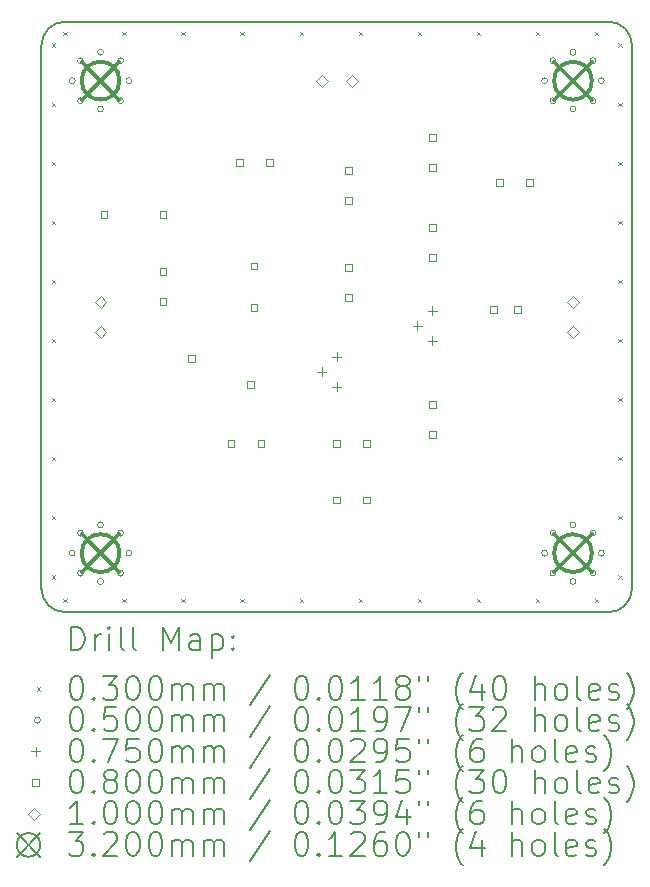
<source format=gbr>
%TF.GenerationSoftware,KiCad,Pcbnew,7.0.10-7.0.10~ubuntu22.04.1*%
%TF.CreationDate,2024-01-03T18:25:57-08:00*%
%TF.ProjectId,YamhillAFFeedbackAmp,59616d68-696c-46c4-9146-466565646261,A*%
%TF.SameCoordinates,Original*%
%TF.FileFunction,Drillmap*%
%TF.FilePolarity,Positive*%
%FSLAX45Y45*%
G04 Gerber Fmt 4.5, Leading zero omitted, Abs format (unit mm)*
G04 Created by KiCad (PCBNEW 7.0.10-7.0.10~ubuntu22.04.1) date 2024-01-03 18:25:57*
%MOMM*%
%LPD*%
G01*
G04 APERTURE LIST*
%ADD10C,0.200000*%
%ADD11C,0.100000*%
%ADD12C,0.320000*%
G04 APERTURE END LIST*
D10*
X14800000Y-10000000D02*
X10200000Y-10000000D01*
X10000000Y-9800000D02*
G75*
G03*
X10200000Y-10000000I200000J0D01*
G01*
X15000000Y-5200000D02*
G75*
G03*
X14800000Y-5000000I-200000J0D01*
G01*
X10200000Y-5000000D02*
G75*
G03*
X10000000Y-5200000I0J-200000D01*
G01*
X10000000Y-9800000D02*
X10000000Y-5200000D01*
X10200000Y-5000000D02*
X14800000Y-5000000D01*
X14800000Y-10000000D02*
G75*
G03*
X15000000Y-9800000I0J200000D01*
G01*
X15000000Y-5200000D02*
X15000000Y-9800000D01*
D11*
X10085000Y-5185000D02*
X10115000Y-5215000D01*
X10115000Y-5185000D02*
X10085000Y-5215000D01*
X10085000Y-5685000D02*
X10115000Y-5715000D01*
X10115000Y-5685000D02*
X10085000Y-5715000D01*
X10085000Y-6185000D02*
X10115000Y-6215000D01*
X10115000Y-6185000D02*
X10085000Y-6215000D01*
X10085000Y-6685000D02*
X10115000Y-6715000D01*
X10115000Y-6685000D02*
X10085000Y-6715000D01*
X10085000Y-7185000D02*
X10115000Y-7215000D01*
X10115000Y-7185000D02*
X10085000Y-7215000D01*
X10085000Y-7685000D02*
X10115000Y-7715000D01*
X10115000Y-7685000D02*
X10085000Y-7715000D01*
X10085000Y-8185000D02*
X10115000Y-8215000D01*
X10115000Y-8185000D02*
X10085000Y-8215000D01*
X10085000Y-8685000D02*
X10115000Y-8715000D01*
X10115000Y-8685000D02*
X10085000Y-8715000D01*
X10085000Y-9185000D02*
X10115000Y-9215000D01*
X10115000Y-9185000D02*
X10085000Y-9215000D01*
X10085000Y-9685000D02*
X10115000Y-9715000D01*
X10115000Y-9685000D02*
X10085000Y-9715000D01*
X10185000Y-5085000D02*
X10215000Y-5115000D01*
X10215000Y-5085000D02*
X10185000Y-5115000D01*
X10185000Y-9885000D02*
X10215000Y-9915000D01*
X10215000Y-9885000D02*
X10185000Y-9915000D01*
X10685000Y-5085000D02*
X10715000Y-5115000D01*
X10715000Y-5085000D02*
X10685000Y-5115000D01*
X10685000Y-9885000D02*
X10715000Y-9915000D01*
X10715000Y-9885000D02*
X10685000Y-9915000D01*
X11185000Y-5085000D02*
X11215000Y-5115000D01*
X11215000Y-5085000D02*
X11185000Y-5115000D01*
X11185000Y-9885000D02*
X11215000Y-9915000D01*
X11215000Y-9885000D02*
X11185000Y-9915000D01*
X11685000Y-5085000D02*
X11715000Y-5115000D01*
X11715000Y-5085000D02*
X11685000Y-5115000D01*
X11685000Y-9885000D02*
X11715000Y-9915000D01*
X11715000Y-9885000D02*
X11685000Y-9915000D01*
X12185000Y-5085000D02*
X12215000Y-5115000D01*
X12215000Y-5085000D02*
X12185000Y-5115000D01*
X12185000Y-9885000D02*
X12215000Y-9915000D01*
X12215000Y-9885000D02*
X12185000Y-9915000D01*
X12685000Y-5085000D02*
X12715000Y-5115000D01*
X12715000Y-5085000D02*
X12685000Y-5115000D01*
X12685000Y-9885000D02*
X12715000Y-9915000D01*
X12715000Y-9885000D02*
X12685000Y-9915000D01*
X13185000Y-5085000D02*
X13215000Y-5115000D01*
X13215000Y-5085000D02*
X13185000Y-5115000D01*
X13185000Y-9885000D02*
X13215000Y-9915000D01*
X13215000Y-9885000D02*
X13185000Y-9915000D01*
X13685000Y-5085000D02*
X13715000Y-5115000D01*
X13715000Y-5085000D02*
X13685000Y-5115000D01*
X13685000Y-9885000D02*
X13715000Y-9915000D01*
X13715000Y-9885000D02*
X13685000Y-9915000D01*
X14185000Y-5085000D02*
X14215000Y-5115000D01*
X14215000Y-5085000D02*
X14185000Y-5115000D01*
X14185000Y-9885000D02*
X14215000Y-9915000D01*
X14215000Y-9885000D02*
X14185000Y-9915000D01*
X14685000Y-5085000D02*
X14715000Y-5115000D01*
X14715000Y-5085000D02*
X14685000Y-5115000D01*
X14685000Y-9885000D02*
X14715000Y-9915000D01*
X14715000Y-9885000D02*
X14685000Y-9915000D01*
X14885000Y-5185000D02*
X14915000Y-5215000D01*
X14915000Y-5185000D02*
X14885000Y-5215000D01*
X14885000Y-5685000D02*
X14915000Y-5715000D01*
X14915000Y-5685000D02*
X14885000Y-5715000D01*
X14885000Y-6185000D02*
X14915000Y-6215000D01*
X14915000Y-6185000D02*
X14885000Y-6215000D01*
X14885000Y-6685000D02*
X14915000Y-6715000D01*
X14915000Y-6685000D02*
X14885000Y-6715000D01*
X14885000Y-7185000D02*
X14915000Y-7215000D01*
X14915000Y-7185000D02*
X14885000Y-7215000D01*
X14885000Y-7685000D02*
X14915000Y-7715000D01*
X14915000Y-7685000D02*
X14885000Y-7715000D01*
X14885000Y-8185000D02*
X14915000Y-8215000D01*
X14915000Y-8185000D02*
X14885000Y-8215000D01*
X14885000Y-8685000D02*
X14915000Y-8715000D01*
X14915000Y-8685000D02*
X14885000Y-8715000D01*
X14885000Y-9185000D02*
X14915000Y-9215000D01*
X14915000Y-9185000D02*
X14885000Y-9215000D01*
X14885000Y-9685000D02*
X14915000Y-9715000D01*
X14915000Y-9685000D02*
X14885000Y-9715000D01*
X10285000Y-5500000D02*
G75*
G03*
X10235000Y-5500000I-25000J0D01*
G01*
X10235000Y-5500000D02*
G75*
G03*
X10285000Y-5500000I25000J0D01*
G01*
X10285000Y-9500000D02*
G75*
G03*
X10235000Y-9500000I-25000J0D01*
G01*
X10235000Y-9500000D02*
G75*
G03*
X10285000Y-9500000I25000J0D01*
G01*
X10355294Y-5330294D02*
G75*
G03*
X10305294Y-5330294I-25000J0D01*
G01*
X10305294Y-5330294D02*
G75*
G03*
X10355294Y-5330294I25000J0D01*
G01*
X10355294Y-5669706D02*
G75*
G03*
X10305294Y-5669706I-25000J0D01*
G01*
X10305294Y-5669706D02*
G75*
G03*
X10355294Y-5669706I25000J0D01*
G01*
X10355294Y-9330294D02*
G75*
G03*
X10305294Y-9330294I-25000J0D01*
G01*
X10305294Y-9330294D02*
G75*
G03*
X10355294Y-9330294I25000J0D01*
G01*
X10355294Y-9669706D02*
G75*
G03*
X10305294Y-9669706I-25000J0D01*
G01*
X10305294Y-9669706D02*
G75*
G03*
X10355294Y-9669706I25000J0D01*
G01*
X10525000Y-5260000D02*
G75*
G03*
X10475000Y-5260000I-25000J0D01*
G01*
X10475000Y-5260000D02*
G75*
G03*
X10525000Y-5260000I25000J0D01*
G01*
X10525000Y-5740000D02*
G75*
G03*
X10475000Y-5740000I-25000J0D01*
G01*
X10475000Y-5740000D02*
G75*
G03*
X10525000Y-5740000I25000J0D01*
G01*
X10525000Y-9260000D02*
G75*
G03*
X10475000Y-9260000I-25000J0D01*
G01*
X10475000Y-9260000D02*
G75*
G03*
X10525000Y-9260000I25000J0D01*
G01*
X10525000Y-9740000D02*
G75*
G03*
X10475000Y-9740000I-25000J0D01*
G01*
X10475000Y-9740000D02*
G75*
G03*
X10525000Y-9740000I25000J0D01*
G01*
X10694706Y-5330294D02*
G75*
G03*
X10644706Y-5330294I-25000J0D01*
G01*
X10644706Y-5330294D02*
G75*
G03*
X10694706Y-5330294I25000J0D01*
G01*
X10694706Y-5669706D02*
G75*
G03*
X10644706Y-5669706I-25000J0D01*
G01*
X10644706Y-5669706D02*
G75*
G03*
X10694706Y-5669706I25000J0D01*
G01*
X10694706Y-9330294D02*
G75*
G03*
X10644706Y-9330294I-25000J0D01*
G01*
X10644706Y-9330294D02*
G75*
G03*
X10694706Y-9330294I25000J0D01*
G01*
X10694706Y-9669706D02*
G75*
G03*
X10644706Y-9669706I-25000J0D01*
G01*
X10644706Y-9669706D02*
G75*
G03*
X10694706Y-9669706I25000J0D01*
G01*
X10765000Y-5500000D02*
G75*
G03*
X10715000Y-5500000I-25000J0D01*
G01*
X10715000Y-5500000D02*
G75*
G03*
X10765000Y-5500000I25000J0D01*
G01*
X10765000Y-9500000D02*
G75*
G03*
X10715000Y-9500000I-25000J0D01*
G01*
X10715000Y-9500000D02*
G75*
G03*
X10765000Y-9500000I25000J0D01*
G01*
X14285000Y-5500000D02*
G75*
G03*
X14235000Y-5500000I-25000J0D01*
G01*
X14235000Y-5500000D02*
G75*
G03*
X14285000Y-5500000I25000J0D01*
G01*
X14285000Y-9500000D02*
G75*
G03*
X14235000Y-9500000I-25000J0D01*
G01*
X14235000Y-9500000D02*
G75*
G03*
X14285000Y-9500000I25000J0D01*
G01*
X14355294Y-5330294D02*
G75*
G03*
X14305294Y-5330294I-25000J0D01*
G01*
X14305294Y-5330294D02*
G75*
G03*
X14355294Y-5330294I25000J0D01*
G01*
X14355294Y-5669706D02*
G75*
G03*
X14305294Y-5669706I-25000J0D01*
G01*
X14305294Y-5669706D02*
G75*
G03*
X14355294Y-5669706I25000J0D01*
G01*
X14355294Y-9330294D02*
G75*
G03*
X14305294Y-9330294I-25000J0D01*
G01*
X14305294Y-9330294D02*
G75*
G03*
X14355294Y-9330294I25000J0D01*
G01*
X14355294Y-9669706D02*
G75*
G03*
X14305294Y-9669706I-25000J0D01*
G01*
X14305294Y-9669706D02*
G75*
G03*
X14355294Y-9669706I25000J0D01*
G01*
X14525000Y-5260000D02*
G75*
G03*
X14475000Y-5260000I-25000J0D01*
G01*
X14475000Y-5260000D02*
G75*
G03*
X14525000Y-5260000I25000J0D01*
G01*
X14525000Y-5740000D02*
G75*
G03*
X14475000Y-5740000I-25000J0D01*
G01*
X14475000Y-5740000D02*
G75*
G03*
X14525000Y-5740000I25000J0D01*
G01*
X14525000Y-9260000D02*
G75*
G03*
X14475000Y-9260000I-25000J0D01*
G01*
X14475000Y-9260000D02*
G75*
G03*
X14525000Y-9260000I25000J0D01*
G01*
X14525000Y-9740000D02*
G75*
G03*
X14475000Y-9740000I-25000J0D01*
G01*
X14475000Y-9740000D02*
G75*
G03*
X14525000Y-9740000I25000J0D01*
G01*
X14694706Y-5330294D02*
G75*
G03*
X14644706Y-5330294I-25000J0D01*
G01*
X14644706Y-5330294D02*
G75*
G03*
X14694706Y-5330294I25000J0D01*
G01*
X14694706Y-5669706D02*
G75*
G03*
X14644706Y-5669706I-25000J0D01*
G01*
X14644706Y-5669706D02*
G75*
G03*
X14694706Y-5669706I25000J0D01*
G01*
X14694706Y-9330294D02*
G75*
G03*
X14644706Y-9330294I-25000J0D01*
G01*
X14644706Y-9330294D02*
G75*
G03*
X14694706Y-9330294I25000J0D01*
G01*
X14694706Y-9669706D02*
G75*
G03*
X14644706Y-9669706I-25000J0D01*
G01*
X14644706Y-9669706D02*
G75*
G03*
X14694706Y-9669706I25000J0D01*
G01*
X14765000Y-5500000D02*
G75*
G03*
X14715000Y-5500000I-25000J0D01*
G01*
X14715000Y-5500000D02*
G75*
G03*
X14765000Y-5500000I25000J0D01*
G01*
X14765000Y-9500000D02*
G75*
G03*
X14715000Y-9500000I-25000J0D01*
G01*
X14715000Y-9500000D02*
G75*
G03*
X14765000Y-9500000I25000J0D01*
G01*
X12373000Y-7925500D02*
X12373000Y-8000500D01*
X12335500Y-7963000D02*
X12410500Y-7963000D01*
X12500000Y-7798500D02*
X12500000Y-7873500D01*
X12462500Y-7836000D02*
X12537500Y-7836000D01*
X12500000Y-8052500D02*
X12500000Y-8127500D01*
X12462500Y-8090000D02*
X12537500Y-8090000D01*
X13183000Y-7535500D02*
X13183000Y-7610500D01*
X13145500Y-7573000D02*
X13220500Y-7573000D01*
X13310000Y-7408500D02*
X13310000Y-7483500D01*
X13272500Y-7446000D02*
X13347500Y-7446000D01*
X13310000Y-7662500D02*
X13310000Y-7737500D01*
X13272500Y-7700000D02*
X13347500Y-7700000D01*
X10558285Y-6658284D02*
X10558285Y-6601715D01*
X10501716Y-6601715D01*
X10501716Y-6658284D01*
X10558285Y-6658284D01*
X11058285Y-6658284D02*
X11058285Y-6601715D01*
X11001716Y-6601715D01*
X11001716Y-6658284D01*
X11058285Y-6658284D01*
X11058285Y-7144284D02*
X11058285Y-7087715D01*
X11001716Y-7087715D01*
X11001716Y-7144284D01*
X11058285Y-7144284D01*
X11058285Y-7398284D02*
X11058285Y-7341715D01*
X11001716Y-7341715D01*
X11001716Y-7398284D01*
X11058285Y-7398284D01*
X11298284Y-7878284D02*
X11298284Y-7821715D01*
X11241715Y-7821715D01*
X11241715Y-7878284D01*
X11298284Y-7878284D01*
X11634284Y-8598285D02*
X11634284Y-8541716D01*
X11577715Y-8541716D01*
X11577715Y-8598285D01*
X11634284Y-8598285D01*
X11706522Y-6218284D02*
X11706522Y-6161715D01*
X11649953Y-6161715D01*
X11649953Y-6218284D01*
X11706522Y-6218284D01*
X11798284Y-8098284D02*
X11798284Y-8041715D01*
X11741715Y-8041715D01*
X11741715Y-8098284D01*
X11798284Y-8098284D01*
X11828284Y-7098284D02*
X11828284Y-7041715D01*
X11771715Y-7041715D01*
X11771715Y-7098284D01*
X11828284Y-7098284D01*
X11828284Y-7448284D02*
X11828284Y-7391715D01*
X11771715Y-7391715D01*
X11771715Y-7448284D01*
X11828284Y-7448284D01*
X11888284Y-8598285D02*
X11888284Y-8541716D01*
X11831715Y-8541716D01*
X11831715Y-8598285D01*
X11888284Y-8598285D01*
X11956522Y-6218284D02*
X11956522Y-6161715D01*
X11899953Y-6161715D01*
X11899953Y-6218284D01*
X11956522Y-6218284D01*
X12528284Y-8598285D02*
X12528284Y-8541716D01*
X12471715Y-8541716D01*
X12471715Y-8598285D01*
X12528284Y-8598285D01*
X12528284Y-9078285D02*
X12528284Y-9021716D01*
X12471715Y-9021716D01*
X12471715Y-9078285D01*
X12528284Y-9078285D01*
X12628284Y-6288284D02*
X12628284Y-6231715D01*
X12571715Y-6231715D01*
X12571715Y-6288284D01*
X12628284Y-6288284D01*
X12628284Y-6542284D02*
X12628284Y-6485715D01*
X12571715Y-6485715D01*
X12571715Y-6542284D01*
X12628284Y-6542284D01*
X12628284Y-7108284D02*
X12628284Y-7051715D01*
X12571715Y-7051715D01*
X12571715Y-7108284D01*
X12628284Y-7108284D01*
X12628284Y-7362284D02*
X12628284Y-7305715D01*
X12571715Y-7305715D01*
X12571715Y-7362284D01*
X12628284Y-7362284D01*
X12782284Y-8598285D02*
X12782284Y-8541716D01*
X12725715Y-8541716D01*
X12725715Y-8598285D01*
X12782284Y-8598285D01*
X12782284Y-9078285D02*
X12782284Y-9021716D01*
X12725715Y-9021716D01*
X12725715Y-9078285D01*
X12782284Y-9078285D01*
X13338284Y-6008284D02*
X13338284Y-5951715D01*
X13281715Y-5951715D01*
X13281715Y-6008284D01*
X13338284Y-6008284D01*
X13338284Y-6262284D02*
X13338284Y-6205715D01*
X13281715Y-6205715D01*
X13281715Y-6262284D01*
X13338284Y-6262284D01*
X13338284Y-6773784D02*
X13338284Y-6717215D01*
X13281715Y-6717215D01*
X13281715Y-6773784D01*
X13338284Y-6773784D01*
X13338284Y-7027784D02*
X13338284Y-6971215D01*
X13281715Y-6971215D01*
X13281715Y-7027784D01*
X13338284Y-7027784D01*
X13338284Y-8268284D02*
X13338284Y-8211715D01*
X13281715Y-8211715D01*
X13281715Y-8268284D01*
X13338284Y-8268284D01*
X13338284Y-8522285D02*
X13338284Y-8465716D01*
X13281715Y-8465716D01*
X13281715Y-8522285D01*
X13338284Y-8522285D01*
X13858284Y-7468284D02*
X13858284Y-7411715D01*
X13801715Y-7411715D01*
X13801715Y-7468284D01*
X13858284Y-7468284D01*
X13908284Y-6388284D02*
X13908284Y-6331715D01*
X13851715Y-6331715D01*
X13851715Y-6388284D01*
X13908284Y-6388284D01*
X14058284Y-7468284D02*
X14058284Y-7411715D01*
X14001715Y-7411715D01*
X14001715Y-7468284D01*
X14058284Y-7468284D01*
X14158284Y-6388284D02*
X14158284Y-6331715D01*
X14101715Y-6331715D01*
X14101715Y-6388284D01*
X14158284Y-6388284D01*
X10500000Y-7422500D02*
X10550000Y-7372500D01*
X10500000Y-7322500D01*
X10450000Y-7372500D01*
X10500000Y-7422500D01*
X10500000Y-7676500D02*
X10550000Y-7626500D01*
X10500000Y-7576500D01*
X10450000Y-7626500D01*
X10500000Y-7676500D01*
X12372500Y-5550000D02*
X12422500Y-5500000D01*
X12372500Y-5450000D01*
X12322500Y-5500000D01*
X12372500Y-5550000D01*
X12626500Y-5550000D02*
X12676500Y-5500000D01*
X12626500Y-5450000D01*
X12576500Y-5500000D01*
X12626500Y-5550000D01*
X14500000Y-7422500D02*
X14550000Y-7372500D01*
X14500000Y-7322500D01*
X14450000Y-7372500D01*
X14500000Y-7422500D01*
X14500000Y-7676500D02*
X14550000Y-7626500D01*
X14500000Y-7576500D01*
X14450000Y-7626500D01*
X14500000Y-7676500D01*
D12*
X10340000Y-5340000D02*
X10660000Y-5660000D01*
X10660000Y-5340000D02*
X10340000Y-5660000D01*
X10660000Y-5500000D02*
G75*
G03*
X10340000Y-5500000I-160000J0D01*
G01*
X10340000Y-5500000D02*
G75*
G03*
X10660000Y-5500000I160000J0D01*
G01*
X10340000Y-9340000D02*
X10660000Y-9660000D01*
X10660000Y-9340000D02*
X10340000Y-9660000D01*
X10660000Y-9500000D02*
G75*
G03*
X10340000Y-9500000I-160000J0D01*
G01*
X10340000Y-9500000D02*
G75*
G03*
X10660000Y-9500000I160000J0D01*
G01*
X14340000Y-5340000D02*
X14660000Y-5660000D01*
X14660000Y-5340000D02*
X14340000Y-5660000D01*
X14660000Y-5500000D02*
G75*
G03*
X14340000Y-5500000I-160000J0D01*
G01*
X14340000Y-5500000D02*
G75*
G03*
X14660000Y-5500000I160000J0D01*
G01*
X14340000Y-9340000D02*
X14660000Y-9660000D01*
X14660000Y-9340000D02*
X14340000Y-9660000D01*
X14660000Y-9500000D02*
G75*
G03*
X14340000Y-9500000I-160000J0D01*
G01*
X14340000Y-9500000D02*
G75*
G03*
X14660000Y-9500000I160000J0D01*
G01*
D10*
X10250777Y-10321484D02*
X10250777Y-10121484D01*
X10250777Y-10121484D02*
X10298396Y-10121484D01*
X10298396Y-10121484D02*
X10326967Y-10131008D01*
X10326967Y-10131008D02*
X10346015Y-10150055D01*
X10346015Y-10150055D02*
X10355539Y-10169103D01*
X10355539Y-10169103D02*
X10365063Y-10207198D01*
X10365063Y-10207198D02*
X10365063Y-10235770D01*
X10365063Y-10235770D02*
X10355539Y-10273865D01*
X10355539Y-10273865D02*
X10346015Y-10292912D01*
X10346015Y-10292912D02*
X10326967Y-10311960D01*
X10326967Y-10311960D02*
X10298396Y-10321484D01*
X10298396Y-10321484D02*
X10250777Y-10321484D01*
X10450777Y-10321484D02*
X10450777Y-10188150D01*
X10450777Y-10226246D02*
X10460301Y-10207198D01*
X10460301Y-10207198D02*
X10469824Y-10197674D01*
X10469824Y-10197674D02*
X10488872Y-10188150D01*
X10488872Y-10188150D02*
X10507920Y-10188150D01*
X10574586Y-10321484D02*
X10574586Y-10188150D01*
X10574586Y-10121484D02*
X10565063Y-10131008D01*
X10565063Y-10131008D02*
X10574586Y-10140531D01*
X10574586Y-10140531D02*
X10584110Y-10131008D01*
X10584110Y-10131008D02*
X10574586Y-10121484D01*
X10574586Y-10121484D02*
X10574586Y-10140531D01*
X10698396Y-10321484D02*
X10679348Y-10311960D01*
X10679348Y-10311960D02*
X10669824Y-10292912D01*
X10669824Y-10292912D02*
X10669824Y-10121484D01*
X10803158Y-10321484D02*
X10784110Y-10311960D01*
X10784110Y-10311960D02*
X10774586Y-10292912D01*
X10774586Y-10292912D02*
X10774586Y-10121484D01*
X11031729Y-10321484D02*
X11031729Y-10121484D01*
X11031729Y-10121484D02*
X11098396Y-10264341D01*
X11098396Y-10264341D02*
X11165063Y-10121484D01*
X11165063Y-10121484D02*
X11165063Y-10321484D01*
X11346015Y-10321484D02*
X11346015Y-10216722D01*
X11346015Y-10216722D02*
X11336491Y-10197674D01*
X11336491Y-10197674D02*
X11317443Y-10188150D01*
X11317443Y-10188150D02*
X11279348Y-10188150D01*
X11279348Y-10188150D02*
X11260301Y-10197674D01*
X11346015Y-10311960D02*
X11326967Y-10321484D01*
X11326967Y-10321484D02*
X11279348Y-10321484D01*
X11279348Y-10321484D02*
X11260301Y-10311960D01*
X11260301Y-10311960D02*
X11250777Y-10292912D01*
X11250777Y-10292912D02*
X11250777Y-10273865D01*
X11250777Y-10273865D02*
X11260301Y-10254817D01*
X11260301Y-10254817D02*
X11279348Y-10245293D01*
X11279348Y-10245293D02*
X11326967Y-10245293D01*
X11326967Y-10245293D02*
X11346015Y-10235770D01*
X11441253Y-10188150D02*
X11441253Y-10388150D01*
X11441253Y-10197674D02*
X11460301Y-10188150D01*
X11460301Y-10188150D02*
X11498396Y-10188150D01*
X11498396Y-10188150D02*
X11517443Y-10197674D01*
X11517443Y-10197674D02*
X11526967Y-10207198D01*
X11526967Y-10207198D02*
X11536491Y-10226246D01*
X11536491Y-10226246D02*
X11536491Y-10283389D01*
X11536491Y-10283389D02*
X11526967Y-10302436D01*
X11526967Y-10302436D02*
X11517443Y-10311960D01*
X11517443Y-10311960D02*
X11498396Y-10321484D01*
X11498396Y-10321484D02*
X11460301Y-10321484D01*
X11460301Y-10321484D02*
X11441253Y-10311960D01*
X11622205Y-10302436D02*
X11631729Y-10311960D01*
X11631729Y-10311960D02*
X11622205Y-10321484D01*
X11622205Y-10321484D02*
X11612682Y-10311960D01*
X11612682Y-10311960D02*
X11622205Y-10302436D01*
X11622205Y-10302436D02*
X11622205Y-10321484D01*
X11622205Y-10197674D02*
X11631729Y-10207198D01*
X11631729Y-10207198D02*
X11622205Y-10216722D01*
X11622205Y-10216722D02*
X11612682Y-10207198D01*
X11612682Y-10207198D02*
X11622205Y-10197674D01*
X11622205Y-10197674D02*
X11622205Y-10216722D01*
D11*
X9960000Y-10635000D02*
X9990000Y-10665000D01*
X9990000Y-10635000D02*
X9960000Y-10665000D01*
D10*
X10288872Y-10541484D02*
X10307920Y-10541484D01*
X10307920Y-10541484D02*
X10326967Y-10551008D01*
X10326967Y-10551008D02*
X10336491Y-10560531D01*
X10336491Y-10560531D02*
X10346015Y-10579579D01*
X10346015Y-10579579D02*
X10355539Y-10617674D01*
X10355539Y-10617674D02*
X10355539Y-10665293D01*
X10355539Y-10665293D02*
X10346015Y-10703389D01*
X10346015Y-10703389D02*
X10336491Y-10722436D01*
X10336491Y-10722436D02*
X10326967Y-10731960D01*
X10326967Y-10731960D02*
X10307920Y-10741484D01*
X10307920Y-10741484D02*
X10288872Y-10741484D01*
X10288872Y-10741484D02*
X10269824Y-10731960D01*
X10269824Y-10731960D02*
X10260301Y-10722436D01*
X10260301Y-10722436D02*
X10250777Y-10703389D01*
X10250777Y-10703389D02*
X10241253Y-10665293D01*
X10241253Y-10665293D02*
X10241253Y-10617674D01*
X10241253Y-10617674D02*
X10250777Y-10579579D01*
X10250777Y-10579579D02*
X10260301Y-10560531D01*
X10260301Y-10560531D02*
X10269824Y-10551008D01*
X10269824Y-10551008D02*
X10288872Y-10541484D01*
X10441253Y-10722436D02*
X10450777Y-10731960D01*
X10450777Y-10731960D02*
X10441253Y-10741484D01*
X10441253Y-10741484D02*
X10431729Y-10731960D01*
X10431729Y-10731960D02*
X10441253Y-10722436D01*
X10441253Y-10722436D02*
X10441253Y-10741484D01*
X10517444Y-10541484D02*
X10641253Y-10541484D01*
X10641253Y-10541484D02*
X10574586Y-10617674D01*
X10574586Y-10617674D02*
X10603158Y-10617674D01*
X10603158Y-10617674D02*
X10622205Y-10627198D01*
X10622205Y-10627198D02*
X10631729Y-10636722D01*
X10631729Y-10636722D02*
X10641253Y-10655770D01*
X10641253Y-10655770D02*
X10641253Y-10703389D01*
X10641253Y-10703389D02*
X10631729Y-10722436D01*
X10631729Y-10722436D02*
X10622205Y-10731960D01*
X10622205Y-10731960D02*
X10603158Y-10741484D01*
X10603158Y-10741484D02*
X10546015Y-10741484D01*
X10546015Y-10741484D02*
X10526967Y-10731960D01*
X10526967Y-10731960D02*
X10517444Y-10722436D01*
X10765063Y-10541484D02*
X10784110Y-10541484D01*
X10784110Y-10541484D02*
X10803158Y-10551008D01*
X10803158Y-10551008D02*
X10812682Y-10560531D01*
X10812682Y-10560531D02*
X10822205Y-10579579D01*
X10822205Y-10579579D02*
X10831729Y-10617674D01*
X10831729Y-10617674D02*
X10831729Y-10665293D01*
X10831729Y-10665293D02*
X10822205Y-10703389D01*
X10822205Y-10703389D02*
X10812682Y-10722436D01*
X10812682Y-10722436D02*
X10803158Y-10731960D01*
X10803158Y-10731960D02*
X10784110Y-10741484D01*
X10784110Y-10741484D02*
X10765063Y-10741484D01*
X10765063Y-10741484D02*
X10746015Y-10731960D01*
X10746015Y-10731960D02*
X10736491Y-10722436D01*
X10736491Y-10722436D02*
X10726967Y-10703389D01*
X10726967Y-10703389D02*
X10717444Y-10665293D01*
X10717444Y-10665293D02*
X10717444Y-10617674D01*
X10717444Y-10617674D02*
X10726967Y-10579579D01*
X10726967Y-10579579D02*
X10736491Y-10560531D01*
X10736491Y-10560531D02*
X10746015Y-10551008D01*
X10746015Y-10551008D02*
X10765063Y-10541484D01*
X10955539Y-10541484D02*
X10974586Y-10541484D01*
X10974586Y-10541484D02*
X10993634Y-10551008D01*
X10993634Y-10551008D02*
X11003158Y-10560531D01*
X11003158Y-10560531D02*
X11012682Y-10579579D01*
X11012682Y-10579579D02*
X11022205Y-10617674D01*
X11022205Y-10617674D02*
X11022205Y-10665293D01*
X11022205Y-10665293D02*
X11012682Y-10703389D01*
X11012682Y-10703389D02*
X11003158Y-10722436D01*
X11003158Y-10722436D02*
X10993634Y-10731960D01*
X10993634Y-10731960D02*
X10974586Y-10741484D01*
X10974586Y-10741484D02*
X10955539Y-10741484D01*
X10955539Y-10741484D02*
X10936491Y-10731960D01*
X10936491Y-10731960D02*
X10926967Y-10722436D01*
X10926967Y-10722436D02*
X10917444Y-10703389D01*
X10917444Y-10703389D02*
X10907920Y-10665293D01*
X10907920Y-10665293D02*
X10907920Y-10617674D01*
X10907920Y-10617674D02*
X10917444Y-10579579D01*
X10917444Y-10579579D02*
X10926967Y-10560531D01*
X10926967Y-10560531D02*
X10936491Y-10551008D01*
X10936491Y-10551008D02*
X10955539Y-10541484D01*
X11107920Y-10741484D02*
X11107920Y-10608150D01*
X11107920Y-10627198D02*
X11117444Y-10617674D01*
X11117444Y-10617674D02*
X11136491Y-10608150D01*
X11136491Y-10608150D02*
X11165063Y-10608150D01*
X11165063Y-10608150D02*
X11184110Y-10617674D01*
X11184110Y-10617674D02*
X11193634Y-10636722D01*
X11193634Y-10636722D02*
X11193634Y-10741484D01*
X11193634Y-10636722D02*
X11203158Y-10617674D01*
X11203158Y-10617674D02*
X11222205Y-10608150D01*
X11222205Y-10608150D02*
X11250777Y-10608150D01*
X11250777Y-10608150D02*
X11269824Y-10617674D01*
X11269824Y-10617674D02*
X11279348Y-10636722D01*
X11279348Y-10636722D02*
X11279348Y-10741484D01*
X11374586Y-10741484D02*
X11374586Y-10608150D01*
X11374586Y-10627198D02*
X11384110Y-10617674D01*
X11384110Y-10617674D02*
X11403158Y-10608150D01*
X11403158Y-10608150D02*
X11431729Y-10608150D01*
X11431729Y-10608150D02*
X11450777Y-10617674D01*
X11450777Y-10617674D02*
X11460301Y-10636722D01*
X11460301Y-10636722D02*
X11460301Y-10741484D01*
X11460301Y-10636722D02*
X11469824Y-10617674D01*
X11469824Y-10617674D02*
X11488872Y-10608150D01*
X11488872Y-10608150D02*
X11517443Y-10608150D01*
X11517443Y-10608150D02*
X11536491Y-10617674D01*
X11536491Y-10617674D02*
X11546015Y-10636722D01*
X11546015Y-10636722D02*
X11546015Y-10741484D01*
X11936491Y-10531960D02*
X11765063Y-10789103D01*
X12193634Y-10541484D02*
X12212682Y-10541484D01*
X12212682Y-10541484D02*
X12231729Y-10551008D01*
X12231729Y-10551008D02*
X12241253Y-10560531D01*
X12241253Y-10560531D02*
X12250777Y-10579579D01*
X12250777Y-10579579D02*
X12260301Y-10617674D01*
X12260301Y-10617674D02*
X12260301Y-10665293D01*
X12260301Y-10665293D02*
X12250777Y-10703389D01*
X12250777Y-10703389D02*
X12241253Y-10722436D01*
X12241253Y-10722436D02*
X12231729Y-10731960D01*
X12231729Y-10731960D02*
X12212682Y-10741484D01*
X12212682Y-10741484D02*
X12193634Y-10741484D01*
X12193634Y-10741484D02*
X12174586Y-10731960D01*
X12174586Y-10731960D02*
X12165063Y-10722436D01*
X12165063Y-10722436D02*
X12155539Y-10703389D01*
X12155539Y-10703389D02*
X12146015Y-10665293D01*
X12146015Y-10665293D02*
X12146015Y-10617674D01*
X12146015Y-10617674D02*
X12155539Y-10579579D01*
X12155539Y-10579579D02*
X12165063Y-10560531D01*
X12165063Y-10560531D02*
X12174586Y-10551008D01*
X12174586Y-10551008D02*
X12193634Y-10541484D01*
X12346015Y-10722436D02*
X12355539Y-10731960D01*
X12355539Y-10731960D02*
X12346015Y-10741484D01*
X12346015Y-10741484D02*
X12336491Y-10731960D01*
X12336491Y-10731960D02*
X12346015Y-10722436D01*
X12346015Y-10722436D02*
X12346015Y-10741484D01*
X12479348Y-10541484D02*
X12498396Y-10541484D01*
X12498396Y-10541484D02*
X12517444Y-10551008D01*
X12517444Y-10551008D02*
X12526967Y-10560531D01*
X12526967Y-10560531D02*
X12536491Y-10579579D01*
X12536491Y-10579579D02*
X12546015Y-10617674D01*
X12546015Y-10617674D02*
X12546015Y-10665293D01*
X12546015Y-10665293D02*
X12536491Y-10703389D01*
X12536491Y-10703389D02*
X12526967Y-10722436D01*
X12526967Y-10722436D02*
X12517444Y-10731960D01*
X12517444Y-10731960D02*
X12498396Y-10741484D01*
X12498396Y-10741484D02*
X12479348Y-10741484D01*
X12479348Y-10741484D02*
X12460301Y-10731960D01*
X12460301Y-10731960D02*
X12450777Y-10722436D01*
X12450777Y-10722436D02*
X12441253Y-10703389D01*
X12441253Y-10703389D02*
X12431729Y-10665293D01*
X12431729Y-10665293D02*
X12431729Y-10617674D01*
X12431729Y-10617674D02*
X12441253Y-10579579D01*
X12441253Y-10579579D02*
X12450777Y-10560531D01*
X12450777Y-10560531D02*
X12460301Y-10551008D01*
X12460301Y-10551008D02*
X12479348Y-10541484D01*
X12736491Y-10741484D02*
X12622206Y-10741484D01*
X12679348Y-10741484D02*
X12679348Y-10541484D01*
X12679348Y-10541484D02*
X12660301Y-10570055D01*
X12660301Y-10570055D02*
X12641253Y-10589103D01*
X12641253Y-10589103D02*
X12622206Y-10598627D01*
X12926967Y-10741484D02*
X12812682Y-10741484D01*
X12869825Y-10741484D02*
X12869825Y-10541484D01*
X12869825Y-10541484D02*
X12850777Y-10570055D01*
X12850777Y-10570055D02*
X12831729Y-10589103D01*
X12831729Y-10589103D02*
X12812682Y-10598627D01*
X13041253Y-10627198D02*
X13022206Y-10617674D01*
X13022206Y-10617674D02*
X13012682Y-10608150D01*
X13012682Y-10608150D02*
X13003158Y-10589103D01*
X13003158Y-10589103D02*
X13003158Y-10579579D01*
X13003158Y-10579579D02*
X13012682Y-10560531D01*
X13012682Y-10560531D02*
X13022206Y-10551008D01*
X13022206Y-10551008D02*
X13041253Y-10541484D01*
X13041253Y-10541484D02*
X13079348Y-10541484D01*
X13079348Y-10541484D02*
X13098396Y-10551008D01*
X13098396Y-10551008D02*
X13107920Y-10560531D01*
X13107920Y-10560531D02*
X13117444Y-10579579D01*
X13117444Y-10579579D02*
X13117444Y-10589103D01*
X13117444Y-10589103D02*
X13107920Y-10608150D01*
X13107920Y-10608150D02*
X13098396Y-10617674D01*
X13098396Y-10617674D02*
X13079348Y-10627198D01*
X13079348Y-10627198D02*
X13041253Y-10627198D01*
X13041253Y-10627198D02*
X13022206Y-10636722D01*
X13022206Y-10636722D02*
X13012682Y-10646246D01*
X13012682Y-10646246D02*
X13003158Y-10665293D01*
X13003158Y-10665293D02*
X13003158Y-10703389D01*
X13003158Y-10703389D02*
X13012682Y-10722436D01*
X13012682Y-10722436D02*
X13022206Y-10731960D01*
X13022206Y-10731960D02*
X13041253Y-10741484D01*
X13041253Y-10741484D02*
X13079348Y-10741484D01*
X13079348Y-10741484D02*
X13098396Y-10731960D01*
X13098396Y-10731960D02*
X13107920Y-10722436D01*
X13107920Y-10722436D02*
X13117444Y-10703389D01*
X13117444Y-10703389D02*
X13117444Y-10665293D01*
X13117444Y-10665293D02*
X13107920Y-10646246D01*
X13107920Y-10646246D02*
X13098396Y-10636722D01*
X13098396Y-10636722D02*
X13079348Y-10627198D01*
X13193634Y-10541484D02*
X13193634Y-10579579D01*
X13269825Y-10541484D02*
X13269825Y-10579579D01*
X13565063Y-10817674D02*
X13555539Y-10808150D01*
X13555539Y-10808150D02*
X13536491Y-10779579D01*
X13536491Y-10779579D02*
X13526968Y-10760531D01*
X13526968Y-10760531D02*
X13517444Y-10731960D01*
X13517444Y-10731960D02*
X13507920Y-10684341D01*
X13507920Y-10684341D02*
X13507920Y-10646246D01*
X13507920Y-10646246D02*
X13517444Y-10598627D01*
X13517444Y-10598627D02*
X13526968Y-10570055D01*
X13526968Y-10570055D02*
X13536491Y-10551008D01*
X13536491Y-10551008D02*
X13555539Y-10522436D01*
X13555539Y-10522436D02*
X13565063Y-10512912D01*
X13726968Y-10608150D02*
X13726968Y-10741484D01*
X13679348Y-10531960D02*
X13631729Y-10674817D01*
X13631729Y-10674817D02*
X13755539Y-10674817D01*
X13869825Y-10541484D02*
X13888872Y-10541484D01*
X13888872Y-10541484D02*
X13907920Y-10551008D01*
X13907920Y-10551008D02*
X13917444Y-10560531D01*
X13917444Y-10560531D02*
X13926968Y-10579579D01*
X13926968Y-10579579D02*
X13936491Y-10617674D01*
X13936491Y-10617674D02*
X13936491Y-10665293D01*
X13936491Y-10665293D02*
X13926968Y-10703389D01*
X13926968Y-10703389D02*
X13917444Y-10722436D01*
X13917444Y-10722436D02*
X13907920Y-10731960D01*
X13907920Y-10731960D02*
X13888872Y-10741484D01*
X13888872Y-10741484D02*
X13869825Y-10741484D01*
X13869825Y-10741484D02*
X13850777Y-10731960D01*
X13850777Y-10731960D02*
X13841253Y-10722436D01*
X13841253Y-10722436D02*
X13831729Y-10703389D01*
X13831729Y-10703389D02*
X13822206Y-10665293D01*
X13822206Y-10665293D02*
X13822206Y-10617674D01*
X13822206Y-10617674D02*
X13831729Y-10579579D01*
X13831729Y-10579579D02*
X13841253Y-10560531D01*
X13841253Y-10560531D02*
X13850777Y-10551008D01*
X13850777Y-10551008D02*
X13869825Y-10541484D01*
X14174587Y-10741484D02*
X14174587Y-10541484D01*
X14260301Y-10741484D02*
X14260301Y-10636722D01*
X14260301Y-10636722D02*
X14250777Y-10617674D01*
X14250777Y-10617674D02*
X14231730Y-10608150D01*
X14231730Y-10608150D02*
X14203158Y-10608150D01*
X14203158Y-10608150D02*
X14184110Y-10617674D01*
X14184110Y-10617674D02*
X14174587Y-10627198D01*
X14384110Y-10741484D02*
X14365063Y-10731960D01*
X14365063Y-10731960D02*
X14355539Y-10722436D01*
X14355539Y-10722436D02*
X14346015Y-10703389D01*
X14346015Y-10703389D02*
X14346015Y-10646246D01*
X14346015Y-10646246D02*
X14355539Y-10627198D01*
X14355539Y-10627198D02*
X14365063Y-10617674D01*
X14365063Y-10617674D02*
X14384110Y-10608150D01*
X14384110Y-10608150D02*
X14412682Y-10608150D01*
X14412682Y-10608150D02*
X14431730Y-10617674D01*
X14431730Y-10617674D02*
X14441253Y-10627198D01*
X14441253Y-10627198D02*
X14450777Y-10646246D01*
X14450777Y-10646246D02*
X14450777Y-10703389D01*
X14450777Y-10703389D02*
X14441253Y-10722436D01*
X14441253Y-10722436D02*
X14431730Y-10731960D01*
X14431730Y-10731960D02*
X14412682Y-10741484D01*
X14412682Y-10741484D02*
X14384110Y-10741484D01*
X14565063Y-10741484D02*
X14546015Y-10731960D01*
X14546015Y-10731960D02*
X14536491Y-10712912D01*
X14536491Y-10712912D02*
X14536491Y-10541484D01*
X14717444Y-10731960D02*
X14698396Y-10741484D01*
X14698396Y-10741484D02*
X14660301Y-10741484D01*
X14660301Y-10741484D02*
X14641253Y-10731960D01*
X14641253Y-10731960D02*
X14631730Y-10712912D01*
X14631730Y-10712912D02*
X14631730Y-10636722D01*
X14631730Y-10636722D02*
X14641253Y-10617674D01*
X14641253Y-10617674D02*
X14660301Y-10608150D01*
X14660301Y-10608150D02*
X14698396Y-10608150D01*
X14698396Y-10608150D02*
X14717444Y-10617674D01*
X14717444Y-10617674D02*
X14726968Y-10636722D01*
X14726968Y-10636722D02*
X14726968Y-10655770D01*
X14726968Y-10655770D02*
X14631730Y-10674817D01*
X14803158Y-10731960D02*
X14822206Y-10741484D01*
X14822206Y-10741484D02*
X14860301Y-10741484D01*
X14860301Y-10741484D02*
X14879349Y-10731960D01*
X14879349Y-10731960D02*
X14888872Y-10712912D01*
X14888872Y-10712912D02*
X14888872Y-10703389D01*
X14888872Y-10703389D02*
X14879349Y-10684341D01*
X14879349Y-10684341D02*
X14860301Y-10674817D01*
X14860301Y-10674817D02*
X14831730Y-10674817D01*
X14831730Y-10674817D02*
X14812682Y-10665293D01*
X14812682Y-10665293D02*
X14803158Y-10646246D01*
X14803158Y-10646246D02*
X14803158Y-10636722D01*
X14803158Y-10636722D02*
X14812682Y-10617674D01*
X14812682Y-10617674D02*
X14831730Y-10608150D01*
X14831730Y-10608150D02*
X14860301Y-10608150D01*
X14860301Y-10608150D02*
X14879349Y-10617674D01*
X14955539Y-10817674D02*
X14965063Y-10808150D01*
X14965063Y-10808150D02*
X14984111Y-10779579D01*
X14984111Y-10779579D02*
X14993634Y-10760531D01*
X14993634Y-10760531D02*
X15003158Y-10731960D01*
X15003158Y-10731960D02*
X15012682Y-10684341D01*
X15012682Y-10684341D02*
X15012682Y-10646246D01*
X15012682Y-10646246D02*
X15003158Y-10598627D01*
X15003158Y-10598627D02*
X14993634Y-10570055D01*
X14993634Y-10570055D02*
X14984111Y-10551008D01*
X14984111Y-10551008D02*
X14965063Y-10522436D01*
X14965063Y-10522436D02*
X14955539Y-10512912D01*
D11*
X9990000Y-10914000D02*
G75*
G03*
X9940000Y-10914000I-25000J0D01*
G01*
X9940000Y-10914000D02*
G75*
G03*
X9990000Y-10914000I25000J0D01*
G01*
D10*
X10288872Y-10805484D02*
X10307920Y-10805484D01*
X10307920Y-10805484D02*
X10326967Y-10815008D01*
X10326967Y-10815008D02*
X10336491Y-10824531D01*
X10336491Y-10824531D02*
X10346015Y-10843579D01*
X10346015Y-10843579D02*
X10355539Y-10881674D01*
X10355539Y-10881674D02*
X10355539Y-10929293D01*
X10355539Y-10929293D02*
X10346015Y-10967389D01*
X10346015Y-10967389D02*
X10336491Y-10986436D01*
X10336491Y-10986436D02*
X10326967Y-10995960D01*
X10326967Y-10995960D02*
X10307920Y-11005484D01*
X10307920Y-11005484D02*
X10288872Y-11005484D01*
X10288872Y-11005484D02*
X10269824Y-10995960D01*
X10269824Y-10995960D02*
X10260301Y-10986436D01*
X10260301Y-10986436D02*
X10250777Y-10967389D01*
X10250777Y-10967389D02*
X10241253Y-10929293D01*
X10241253Y-10929293D02*
X10241253Y-10881674D01*
X10241253Y-10881674D02*
X10250777Y-10843579D01*
X10250777Y-10843579D02*
X10260301Y-10824531D01*
X10260301Y-10824531D02*
X10269824Y-10815008D01*
X10269824Y-10815008D02*
X10288872Y-10805484D01*
X10441253Y-10986436D02*
X10450777Y-10995960D01*
X10450777Y-10995960D02*
X10441253Y-11005484D01*
X10441253Y-11005484D02*
X10431729Y-10995960D01*
X10431729Y-10995960D02*
X10441253Y-10986436D01*
X10441253Y-10986436D02*
X10441253Y-11005484D01*
X10631729Y-10805484D02*
X10536491Y-10805484D01*
X10536491Y-10805484D02*
X10526967Y-10900722D01*
X10526967Y-10900722D02*
X10536491Y-10891198D01*
X10536491Y-10891198D02*
X10555539Y-10881674D01*
X10555539Y-10881674D02*
X10603158Y-10881674D01*
X10603158Y-10881674D02*
X10622205Y-10891198D01*
X10622205Y-10891198D02*
X10631729Y-10900722D01*
X10631729Y-10900722D02*
X10641253Y-10919770D01*
X10641253Y-10919770D02*
X10641253Y-10967389D01*
X10641253Y-10967389D02*
X10631729Y-10986436D01*
X10631729Y-10986436D02*
X10622205Y-10995960D01*
X10622205Y-10995960D02*
X10603158Y-11005484D01*
X10603158Y-11005484D02*
X10555539Y-11005484D01*
X10555539Y-11005484D02*
X10536491Y-10995960D01*
X10536491Y-10995960D02*
X10526967Y-10986436D01*
X10765063Y-10805484D02*
X10784110Y-10805484D01*
X10784110Y-10805484D02*
X10803158Y-10815008D01*
X10803158Y-10815008D02*
X10812682Y-10824531D01*
X10812682Y-10824531D02*
X10822205Y-10843579D01*
X10822205Y-10843579D02*
X10831729Y-10881674D01*
X10831729Y-10881674D02*
X10831729Y-10929293D01*
X10831729Y-10929293D02*
X10822205Y-10967389D01*
X10822205Y-10967389D02*
X10812682Y-10986436D01*
X10812682Y-10986436D02*
X10803158Y-10995960D01*
X10803158Y-10995960D02*
X10784110Y-11005484D01*
X10784110Y-11005484D02*
X10765063Y-11005484D01*
X10765063Y-11005484D02*
X10746015Y-10995960D01*
X10746015Y-10995960D02*
X10736491Y-10986436D01*
X10736491Y-10986436D02*
X10726967Y-10967389D01*
X10726967Y-10967389D02*
X10717444Y-10929293D01*
X10717444Y-10929293D02*
X10717444Y-10881674D01*
X10717444Y-10881674D02*
X10726967Y-10843579D01*
X10726967Y-10843579D02*
X10736491Y-10824531D01*
X10736491Y-10824531D02*
X10746015Y-10815008D01*
X10746015Y-10815008D02*
X10765063Y-10805484D01*
X10955539Y-10805484D02*
X10974586Y-10805484D01*
X10974586Y-10805484D02*
X10993634Y-10815008D01*
X10993634Y-10815008D02*
X11003158Y-10824531D01*
X11003158Y-10824531D02*
X11012682Y-10843579D01*
X11012682Y-10843579D02*
X11022205Y-10881674D01*
X11022205Y-10881674D02*
X11022205Y-10929293D01*
X11022205Y-10929293D02*
X11012682Y-10967389D01*
X11012682Y-10967389D02*
X11003158Y-10986436D01*
X11003158Y-10986436D02*
X10993634Y-10995960D01*
X10993634Y-10995960D02*
X10974586Y-11005484D01*
X10974586Y-11005484D02*
X10955539Y-11005484D01*
X10955539Y-11005484D02*
X10936491Y-10995960D01*
X10936491Y-10995960D02*
X10926967Y-10986436D01*
X10926967Y-10986436D02*
X10917444Y-10967389D01*
X10917444Y-10967389D02*
X10907920Y-10929293D01*
X10907920Y-10929293D02*
X10907920Y-10881674D01*
X10907920Y-10881674D02*
X10917444Y-10843579D01*
X10917444Y-10843579D02*
X10926967Y-10824531D01*
X10926967Y-10824531D02*
X10936491Y-10815008D01*
X10936491Y-10815008D02*
X10955539Y-10805484D01*
X11107920Y-11005484D02*
X11107920Y-10872150D01*
X11107920Y-10891198D02*
X11117444Y-10881674D01*
X11117444Y-10881674D02*
X11136491Y-10872150D01*
X11136491Y-10872150D02*
X11165063Y-10872150D01*
X11165063Y-10872150D02*
X11184110Y-10881674D01*
X11184110Y-10881674D02*
X11193634Y-10900722D01*
X11193634Y-10900722D02*
X11193634Y-11005484D01*
X11193634Y-10900722D02*
X11203158Y-10881674D01*
X11203158Y-10881674D02*
X11222205Y-10872150D01*
X11222205Y-10872150D02*
X11250777Y-10872150D01*
X11250777Y-10872150D02*
X11269824Y-10881674D01*
X11269824Y-10881674D02*
X11279348Y-10900722D01*
X11279348Y-10900722D02*
X11279348Y-11005484D01*
X11374586Y-11005484D02*
X11374586Y-10872150D01*
X11374586Y-10891198D02*
X11384110Y-10881674D01*
X11384110Y-10881674D02*
X11403158Y-10872150D01*
X11403158Y-10872150D02*
X11431729Y-10872150D01*
X11431729Y-10872150D02*
X11450777Y-10881674D01*
X11450777Y-10881674D02*
X11460301Y-10900722D01*
X11460301Y-10900722D02*
X11460301Y-11005484D01*
X11460301Y-10900722D02*
X11469824Y-10881674D01*
X11469824Y-10881674D02*
X11488872Y-10872150D01*
X11488872Y-10872150D02*
X11517443Y-10872150D01*
X11517443Y-10872150D02*
X11536491Y-10881674D01*
X11536491Y-10881674D02*
X11546015Y-10900722D01*
X11546015Y-10900722D02*
X11546015Y-11005484D01*
X11936491Y-10795960D02*
X11765063Y-11053103D01*
X12193634Y-10805484D02*
X12212682Y-10805484D01*
X12212682Y-10805484D02*
X12231729Y-10815008D01*
X12231729Y-10815008D02*
X12241253Y-10824531D01*
X12241253Y-10824531D02*
X12250777Y-10843579D01*
X12250777Y-10843579D02*
X12260301Y-10881674D01*
X12260301Y-10881674D02*
X12260301Y-10929293D01*
X12260301Y-10929293D02*
X12250777Y-10967389D01*
X12250777Y-10967389D02*
X12241253Y-10986436D01*
X12241253Y-10986436D02*
X12231729Y-10995960D01*
X12231729Y-10995960D02*
X12212682Y-11005484D01*
X12212682Y-11005484D02*
X12193634Y-11005484D01*
X12193634Y-11005484D02*
X12174586Y-10995960D01*
X12174586Y-10995960D02*
X12165063Y-10986436D01*
X12165063Y-10986436D02*
X12155539Y-10967389D01*
X12155539Y-10967389D02*
X12146015Y-10929293D01*
X12146015Y-10929293D02*
X12146015Y-10881674D01*
X12146015Y-10881674D02*
X12155539Y-10843579D01*
X12155539Y-10843579D02*
X12165063Y-10824531D01*
X12165063Y-10824531D02*
X12174586Y-10815008D01*
X12174586Y-10815008D02*
X12193634Y-10805484D01*
X12346015Y-10986436D02*
X12355539Y-10995960D01*
X12355539Y-10995960D02*
X12346015Y-11005484D01*
X12346015Y-11005484D02*
X12336491Y-10995960D01*
X12336491Y-10995960D02*
X12346015Y-10986436D01*
X12346015Y-10986436D02*
X12346015Y-11005484D01*
X12479348Y-10805484D02*
X12498396Y-10805484D01*
X12498396Y-10805484D02*
X12517444Y-10815008D01*
X12517444Y-10815008D02*
X12526967Y-10824531D01*
X12526967Y-10824531D02*
X12536491Y-10843579D01*
X12536491Y-10843579D02*
X12546015Y-10881674D01*
X12546015Y-10881674D02*
X12546015Y-10929293D01*
X12546015Y-10929293D02*
X12536491Y-10967389D01*
X12536491Y-10967389D02*
X12526967Y-10986436D01*
X12526967Y-10986436D02*
X12517444Y-10995960D01*
X12517444Y-10995960D02*
X12498396Y-11005484D01*
X12498396Y-11005484D02*
X12479348Y-11005484D01*
X12479348Y-11005484D02*
X12460301Y-10995960D01*
X12460301Y-10995960D02*
X12450777Y-10986436D01*
X12450777Y-10986436D02*
X12441253Y-10967389D01*
X12441253Y-10967389D02*
X12431729Y-10929293D01*
X12431729Y-10929293D02*
X12431729Y-10881674D01*
X12431729Y-10881674D02*
X12441253Y-10843579D01*
X12441253Y-10843579D02*
X12450777Y-10824531D01*
X12450777Y-10824531D02*
X12460301Y-10815008D01*
X12460301Y-10815008D02*
X12479348Y-10805484D01*
X12736491Y-11005484D02*
X12622206Y-11005484D01*
X12679348Y-11005484D02*
X12679348Y-10805484D01*
X12679348Y-10805484D02*
X12660301Y-10834055D01*
X12660301Y-10834055D02*
X12641253Y-10853103D01*
X12641253Y-10853103D02*
X12622206Y-10862627D01*
X12831729Y-11005484D02*
X12869825Y-11005484D01*
X12869825Y-11005484D02*
X12888872Y-10995960D01*
X12888872Y-10995960D02*
X12898396Y-10986436D01*
X12898396Y-10986436D02*
X12917444Y-10957865D01*
X12917444Y-10957865D02*
X12926967Y-10919770D01*
X12926967Y-10919770D02*
X12926967Y-10843579D01*
X12926967Y-10843579D02*
X12917444Y-10824531D01*
X12917444Y-10824531D02*
X12907920Y-10815008D01*
X12907920Y-10815008D02*
X12888872Y-10805484D01*
X12888872Y-10805484D02*
X12850777Y-10805484D01*
X12850777Y-10805484D02*
X12831729Y-10815008D01*
X12831729Y-10815008D02*
X12822206Y-10824531D01*
X12822206Y-10824531D02*
X12812682Y-10843579D01*
X12812682Y-10843579D02*
X12812682Y-10891198D01*
X12812682Y-10891198D02*
X12822206Y-10910246D01*
X12822206Y-10910246D02*
X12831729Y-10919770D01*
X12831729Y-10919770D02*
X12850777Y-10929293D01*
X12850777Y-10929293D02*
X12888872Y-10929293D01*
X12888872Y-10929293D02*
X12907920Y-10919770D01*
X12907920Y-10919770D02*
X12917444Y-10910246D01*
X12917444Y-10910246D02*
X12926967Y-10891198D01*
X12993634Y-10805484D02*
X13126967Y-10805484D01*
X13126967Y-10805484D02*
X13041253Y-11005484D01*
X13193634Y-10805484D02*
X13193634Y-10843579D01*
X13269825Y-10805484D02*
X13269825Y-10843579D01*
X13565063Y-11081674D02*
X13555539Y-11072150D01*
X13555539Y-11072150D02*
X13536491Y-11043579D01*
X13536491Y-11043579D02*
X13526968Y-11024531D01*
X13526968Y-11024531D02*
X13517444Y-10995960D01*
X13517444Y-10995960D02*
X13507920Y-10948341D01*
X13507920Y-10948341D02*
X13507920Y-10910246D01*
X13507920Y-10910246D02*
X13517444Y-10862627D01*
X13517444Y-10862627D02*
X13526968Y-10834055D01*
X13526968Y-10834055D02*
X13536491Y-10815008D01*
X13536491Y-10815008D02*
X13555539Y-10786436D01*
X13555539Y-10786436D02*
X13565063Y-10776912D01*
X13622206Y-10805484D02*
X13746015Y-10805484D01*
X13746015Y-10805484D02*
X13679348Y-10881674D01*
X13679348Y-10881674D02*
X13707920Y-10881674D01*
X13707920Y-10881674D02*
X13726968Y-10891198D01*
X13726968Y-10891198D02*
X13736491Y-10900722D01*
X13736491Y-10900722D02*
X13746015Y-10919770D01*
X13746015Y-10919770D02*
X13746015Y-10967389D01*
X13746015Y-10967389D02*
X13736491Y-10986436D01*
X13736491Y-10986436D02*
X13726968Y-10995960D01*
X13726968Y-10995960D02*
X13707920Y-11005484D01*
X13707920Y-11005484D02*
X13650777Y-11005484D01*
X13650777Y-11005484D02*
X13631729Y-10995960D01*
X13631729Y-10995960D02*
X13622206Y-10986436D01*
X13822206Y-10824531D02*
X13831729Y-10815008D01*
X13831729Y-10815008D02*
X13850777Y-10805484D01*
X13850777Y-10805484D02*
X13898396Y-10805484D01*
X13898396Y-10805484D02*
X13917444Y-10815008D01*
X13917444Y-10815008D02*
X13926968Y-10824531D01*
X13926968Y-10824531D02*
X13936491Y-10843579D01*
X13936491Y-10843579D02*
X13936491Y-10862627D01*
X13936491Y-10862627D02*
X13926968Y-10891198D01*
X13926968Y-10891198D02*
X13812682Y-11005484D01*
X13812682Y-11005484D02*
X13936491Y-11005484D01*
X14174587Y-11005484D02*
X14174587Y-10805484D01*
X14260301Y-11005484D02*
X14260301Y-10900722D01*
X14260301Y-10900722D02*
X14250777Y-10881674D01*
X14250777Y-10881674D02*
X14231730Y-10872150D01*
X14231730Y-10872150D02*
X14203158Y-10872150D01*
X14203158Y-10872150D02*
X14184110Y-10881674D01*
X14184110Y-10881674D02*
X14174587Y-10891198D01*
X14384110Y-11005484D02*
X14365063Y-10995960D01*
X14365063Y-10995960D02*
X14355539Y-10986436D01*
X14355539Y-10986436D02*
X14346015Y-10967389D01*
X14346015Y-10967389D02*
X14346015Y-10910246D01*
X14346015Y-10910246D02*
X14355539Y-10891198D01*
X14355539Y-10891198D02*
X14365063Y-10881674D01*
X14365063Y-10881674D02*
X14384110Y-10872150D01*
X14384110Y-10872150D02*
X14412682Y-10872150D01*
X14412682Y-10872150D02*
X14431730Y-10881674D01*
X14431730Y-10881674D02*
X14441253Y-10891198D01*
X14441253Y-10891198D02*
X14450777Y-10910246D01*
X14450777Y-10910246D02*
X14450777Y-10967389D01*
X14450777Y-10967389D02*
X14441253Y-10986436D01*
X14441253Y-10986436D02*
X14431730Y-10995960D01*
X14431730Y-10995960D02*
X14412682Y-11005484D01*
X14412682Y-11005484D02*
X14384110Y-11005484D01*
X14565063Y-11005484D02*
X14546015Y-10995960D01*
X14546015Y-10995960D02*
X14536491Y-10976912D01*
X14536491Y-10976912D02*
X14536491Y-10805484D01*
X14717444Y-10995960D02*
X14698396Y-11005484D01*
X14698396Y-11005484D02*
X14660301Y-11005484D01*
X14660301Y-11005484D02*
X14641253Y-10995960D01*
X14641253Y-10995960D02*
X14631730Y-10976912D01*
X14631730Y-10976912D02*
X14631730Y-10900722D01*
X14631730Y-10900722D02*
X14641253Y-10881674D01*
X14641253Y-10881674D02*
X14660301Y-10872150D01*
X14660301Y-10872150D02*
X14698396Y-10872150D01*
X14698396Y-10872150D02*
X14717444Y-10881674D01*
X14717444Y-10881674D02*
X14726968Y-10900722D01*
X14726968Y-10900722D02*
X14726968Y-10919770D01*
X14726968Y-10919770D02*
X14631730Y-10938817D01*
X14803158Y-10995960D02*
X14822206Y-11005484D01*
X14822206Y-11005484D02*
X14860301Y-11005484D01*
X14860301Y-11005484D02*
X14879349Y-10995960D01*
X14879349Y-10995960D02*
X14888872Y-10976912D01*
X14888872Y-10976912D02*
X14888872Y-10967389D01*
X14888872Y-10967389D02*
X14879349Y-10948341D01*
X14879349Y-10948341D02*
X14860301Y-10938817D01*
X14860301Y-10938817D02*
X14831730Y-10938817D01*
X14831730Y-10938817D02*
X14812682Y-10929293D01*
X14812682Y-10929293D02*
X14803158Y-10910246D01*
X14803158Y-10910246D02*
X14803158Y-10900722D01*
X14803158Y-10900722D02*
X14812682Y-10881674D01*
X14812682Y-10881674D02*
X14831730Y-10872150D01*
X14831730Y-10872150D02*
X14860301Y-10872150D01*
X14860301Y-10872150D02*
X14879349Y-10881674D01*
X14955539Y-11081674D02*
X14965063Y-11072150D01*
X14965063Y-11072150D02*
X14984111Y-11043579D01*
X14984111Y-11043579D02*
X14993634Y-11024531D01*
X14993634Y-11024531D02*
X15003158Y-10995960D01*
X15003158Y-10995960D02*
X15012682Y-10948341D01*
X15012682Y-10948341D02*
X15012682Y-10910246D01*
X15012682Y-10910246D02*
X15003158Y-10862627D01*
X15003158Y-10862627D02*
X14993634Y-10834055D01*
X14993634Y-10834055D02*
X14984111Y-10815008D01*
X14984111Y-10815008D02*
X14965063Y-10786436D01*
X14965063Y-10786436D02*
X14955539Y-10776912D01*
D11*
X9952500Y-11140500D02*
X9952500Y-11215500D01*
X9915000Y-11178000D02*
X9990000Y-11178000D01*
D10*
X10288872Y-11069484D02*
X10307920Y-11069484D01*
X10307920Y-11069484D02*
X10326967Y-11079008D01*
X10326967Y-11079008D02*
X10336491Y-11088531D01*
X10336491Y-11088531D02*
X10346015Y-11107579D01*
X10346015Y-11107579D02*
X10355539Y-11145674D01*
X10355539Y-11145674D02*
X10355539Y-11193293D01*
X10355539Y-11193293D02*
X10346015Y-11231388D01*
X10346015Y-11231388D02*
X10336491Y-11250436D01*
X10336491Y-11250436D02*
X10326967Y-11259960D01*
X10326967Y-11259960D02*
X10307920Y-11269484D01*
X10307920Y-11269484D02*
X10288872Y-11269484D01*
X10288872Y-11269484D02*
X10269824Y-11259960D01*
X10269824Y-11259960D02*
X10260301Y-11250436D01*
X10260301Y-11250436D02*
X10250777Y-11231388D01*
X10250777Y-11231388D02*
X10241253Y-11193293D01*
X10241253Y-11193293D02*
X10241253Y-11145674D01*
X10241253Y-11145674D02*
X10250777Y-11107579D01*
X10250777Y-11107579D02*
X10260301Y-11088531D01*
X10260301Y-11088531D02*
X10269824Y-11079008D01*
X10269824Y-11079008D02*
X10288872Y-11069484D01*
X10441253Y-11250436D02*
X10450777Y-11259960D01*
X10450777Y-11259960D02*
X10441253Y-11269484D01*
X10441253Y-11269484D02*
X10431729Y-11259960D01*
X10431729Y-11259960D02*
X10441253Y-11250436D01*
X10441253Y-11250436D02*
X10441253Y-11269484D01*
X10517444Y-11069484D02*
X10650777Y-11069484D01*
X10650777Y-11069484D02*
X10565063Y-11269484D01*
X10822205Y-11069484D02*
X10726967Y-11069484D01*
X10726967Y-11069484D02*
X10717444Y-11164722D01*
X10717444Y-11164722D02*
X10726967Y-11155198D01*
X10726967Y-11155198D02*
X10746015Y-11145674D01*
X10746015Y-11145674D02*
X10793634Y-11145674D01*
X10793634Y-11145674D02*
X10812682Y-11155198D01*
X10812682Y-11155198D02*
X10822205Y-11164722D01*
X10822205Y-11164722D02*
X10831729Y-11183770D01*
X10831729Y-11183770D02*
X10831729Y-11231388D01*
X10831729Y-11231388D02*
X10822205Y-11250436D01*
X10822205Y-11250436D02*
X10812682Y-11259960D01*
X10812682Y-11259960D02*
X10793634Y-11269484D01*
X10793634Y-11269484D02*
X10746015Y-11269484D01*
X10746015Y-11269484D02*
X10726967Y-11259960D01*
X10726967Y-11259960D02*
X10717444Y-11250436D01*
X10955539Y-11069484D02*
X10974586Y-11069484D01*
X10974586Y-11069484D02*
X10993634Y-11079008D01*
X10993634Y-11079008D02*
X11003158Y-11088531D01*
X11003158Y-11088531D02*
X11012682Y-11107579D01*
X11012682Y-11107579D02*
X11022205Y-11145674D01*
X11022205Y-11145674D02*
X11022205Y-11193293D01*
X11022205Y-11193293D02*
X11012682Y-11231388D01*
X11012682Y-11231388D02*
X11003158Y-11250436D01*
X11003158Y-11250436D02*
X10993634Y-11259960D01*
X10993634Y-11259960D02*
X10974586Y-11269484D01*
X10974586Y-11269484D02*
X10955539Y-11269484D01*
X10955539Y-11269484D02*
X10936491Y-11259960D01*
X10936491Y-11259960D02*
X10926967Y-11250436D01*
X10926967Y-11250436D02*
X10917444Y-11231388D01*
X10917444Y-11231388D02*
X10907920Y-11193293D01*
X10907920Y-11193293D02*
X10907920Y-11145674D01*
X10907920Y-11145674D02*
X10917444Y-11107579D01*
X10917444Y-11107579D02*
X10926967Y-11088531D01*
X10926967Y-11088531D02*
X10936491Y-11079008D01*
X10936491Y-11079008D02*
X10955539Y-11069484D01*
X11107920Y-11269484D02*
X11107920Y-11136150D01*
X11107920Y-11155198D02*
X11117444Y-11145674D01*
X11117444Y-11145674D02*
X11136491Y-11136150D01*
X11136491Y-11136150D02*
X11165063Y-11136150D01*
X11165063Y-11136150D02*
X11184110Y-11145674D01*
X11184110Y-11145674D02*
X11193634Y-11164722D01*
X11193634Y-11164722D02*
X11193634Y-11269484D01*
X11193634Y-11164722D02*
X11203158Y-11145674D01*
X11203158Y-11145674D02*
X11222205Y-11136150D01*
X11222205Y-11136150D02*
X11250777Y-11136150D01*
X11250777Y-11136150D02*
X11269824Y-11145674D01*
X11269824Y-11145674D02*
X11279348Y-11164722D01*
X11279348Y-11164722D02*
X11279348Y-11269484D01*
X11374586Y-11269484D02*
X11374586Y-11136150D01*
X11374586Y-11155198D02*
X11384110Y-11145674D01*
X11384110Y-11145674D02*
X11403158Y-11136150D01*
X11403158Y-11136150D02*
X11431729Y-11136150D01*
X11431729Y-11136150D02*
X11450777Y-11145674D01*
X11450777Y-11145674D02*
X11460301Y-11164722D01*
X11460301Y-11164722D02*
X11460301Y-11269484D01*
X11460301Y-11164722D02*
X11469824Y-11145674D01*
X11469824Y-11145674D02*
X11488872Y-11136150D01*
X11488872Y-11136150D02*
X11517443Y-11136150D01*
X11517443Y-11136150D02*
X11536491Y-11145674D01*
X11536491Y-11145674D02*
X11546015Y-11164722D01*
X11546015Y-11164722D02*
X11546015Y-11269484D01*
X11936491Y-11059960D02*
X11765063Y-11317103D01*
X12193634Y-11069484D02*
X12212682Y-11069484D01*
X12212682Y-11069484D02*
X12231729Y-11079008D01*
X12231729Y-11079008D02*
X12241253Y-11088531D01*
X12241253Y-11088531D02*
X12250777Y-11107579D01*
X12250777Y-11107579D02*
X12260301Y-11145674D01*
X12260301Y-11145674D02*
X12260301Y-11193293D01*
X12260301Y-11193293D02*
X12250777Y-11231388D01*
X12250777Y-11231388D02*
X12241253Y-11250436D01*
X12241253Y-11250436D02*
X12231729Y-11259960D01*
X12231729Y-11259960D02*
X12212682Y-11269484D01*
X12212682Y-11269484D02*
X12193634Y-11269484D01*
X12193634Y-11269484D02*
X12174586Y-11259960D01*
X12174586Y-11259960D02*
X12165063Y-11250436D01*
X12165063Y-11250436D02*
X12155539Y-11231388D01*
X12155539Y-11231388D02*
X12146015Y-11193293D01*
X12146015Y-11193293D02*
X12146015Y-11145674D01*
X12146015Y-11145674D02*
X12155539Y-11107579D01*
X12155539Y-11107579D02*
X12165063Y-11088531D01*
X12165063Y-11088531D02*
X12174586Y-11079008D01*
X12174586Y-11079008D02*
X12193634Y-11069484D01*
X12346015Y-11250436D02*
X12355539Y-11259960D01*
X12355539Y-11259960D02*
X12346015Y-11269484D01*
X12346015Y-11269484D02*
X12336491Y-11259960D01*
X12336491Y-11259960D02*
X12346015Y-11250436D01*
X12346015Y-11250436D02*
X12346015Y-11269484D01*
X12479348Y-11069484D02*
X12498396Y-11069484D01*
X12498396Y-11069484D02*
X12517444Y-11079008D01*
X12517444Y-11079008D02*
X12526967Y-11088531D01*
X12526967Y-11088531D02*
X12536491Y-11107579D01*
X12536491Y-11107579D02*
X12546015Y-11145674D01*
X12546015Y-11145674D02*
X12546015Y-11193293D01*
X12546015Y-11193293D02*
X12536491Y-11231388D01*
X12536491Y-11231388D02*
X12526967Y-11250436D01*
X12526967Y-11250436D02*
X12517444Y-11259960D01*
X12517444Y-11259960D02*
X12498396Y-11269484D01*
X12498396Y-11269484D02*
X12479348Y-11269484D01*
X12479348Y-11269484D02*
X12460301Y-11259960D01*
X12460301Y-11259960D02*
X12450777Y-11250436D01*
X12450777Y-11250436D02*
X12441253Y-11231388D01*
X12441253Y-11231388D02*
X12431729Y-11193293D01*
X12431729Y-11193293D02*
X12431729Y-11145674D01*
X12431729Y-11145674D02*
X12441253Y-11107579D01*
X12441253Y-11107579D02*
X12450777Y-11088531D01*
X12450777Y-11088531D02*
X12460301Y-11079008D01*
X12460301Y-11079008D02*
X12479348Y-11069484D01*
X12622206Y-11088531D02*
X12631729Y-11079008D01*
X12631729Y-11079008D02*
X12650777Y-11069484D01*
X12650777Y-11069484D02*
X12698396Y-11069484D01*
X12698396Y-11069484D02*
X12717444Y-11079008D01*
X12717444Y-11079008D02*
X12726967Y-11088531D01*
X12726967Y-11088531D02*
X12736491Y-11107579D01*
X12736491Y-11107579D02*
X12736491Y-11126627D01*
X12736491Y-11126627D02*
X12726967Y-11155198D01*
X12726967Y-11155198D02*
X12612682Y-11269484D01*
X12612682Y-11269484D02*
X12736491Y-11269484D01*
X12831729Y-11269484D02*
X12869825Y-11269484D01*
X12869825Y-11269484D02*
X12888872Y-11259960D01*
X12888872Y-11259960D02*
X12898396Y-11250436D01*
X12898396Y-11250436D02*
X12917444Y-11221865D01*
X12917444Y-11221865D02*
X12926967Y-11183770D01*
X12926967Y-11183770D02*
X12926967Y-11107579D01*
X12926967Y-11107579D02*
X12917444Y-11088531D01*
X12917444Y-11088531D02*
X12907920Y-11079008D01*
X12907920Y-11079008D02*
X12888872Y-11069484D01*
X12888872Y-11069484D02*
X12850777Y-11069484D01*
X12850777Y-11069484D02*
X12831729Y-11079008D01*
X12831729Y-11079008D02*
X12822206Y-11088531D01*
X12822206Y-11088531D02*
X12812682Y-11107579D01*
X12812682Y-11107579D02*
X12812682Y-11155198D01*
X12812682Y-11155198D02*
X12822206Y-11174246D01*
X12822206Y-11174246D02*
X12831729Y-11183770D01*
X12831729Y-11183770D02*
X12850777Y-11193293D01*
X12850777Y-11193293D02*
X12888872Y-11193293D01*
X12888872Y-11193293D02*
X12907920Y-11183770D01*
X12907920Y-11183770D02*
X12917444Y-11174246D01*
X12917444Y-11174246D02*
X12926967Y-11155198D01*
X13107920Y-11069484D02*
X13012682Y-11069484D01*
X13012682Y-11069484D02*
X13003158Y-11164722D01*
X13003158Y-11164722D02*
X13012682Y-11155198D01*
X13012682Y-11155198D02*
X13031729Y-11145674D01*
X13031729Y-11145674D02*
X13079348Y-11145674D01*
X13079348Y-11145674D02*
X13098396Y-11155198D01*
X13098396Y-11155198D02*
X13107920Y-11164722D01*
X13107920Y-11164722D02*
X13117444Y-11183770D01*
X13117444Y-11183770D02*
X13117444Y-11231388D01*
X13117444Y-11231388D02*
X13107920Y-11250436D01*
X13107920Y-11250436D02*
X13098396Y-11259960D01*
X13098396Y-11259960D02*
X13079348Y-11269484D01*
X13079348Y-11269484D02*
X13031729Y-11269484D01*
X13031729Y-11269484D02*
X13012682Y-11259960D01*
X13012682Y-11259960D02*
X13003158Y-11250436D01*
X13193634Y-11069484D02*
X13193634Y-11107579D01*
X13269825Y-11069484D02*
X13269825Y-11107579D01*
X13565063Y-11345674D02*
X13555539Y-11336150D01*
X13555539Y-11336150D02*
X13536491Y-11307579D01*
X13536491Y-11307579D02*
X13526968Y-11288531D01*
X13526968Y-11288531D02*
X13517444Y-11259960D01*
X13517444Y-11259960D02*
X13507920Y-11212341D01*
X13507920Y-11212341D02*
X13507920Y-11174246D01*
X13507920Y-11174246D02*
X13517444Y-11126627D01*
X13517444Y-11126627D02*
X13526968Y-11098055D01*
X13526968Y-11098055D02*
X13536491Y-11079008D01*
X13536491Y-11079008D02*
X13555539Y-11050436D01*
X13555539Y-11050436D02*
X13565063Y-11040912D01*
X13726968Y-11069484D02*
X13688872Y-11069484D01*
X13688872Y-11069484D02*
X13669825Y-11079008D01*
X13669825Y-11079008D02*
X13660301Y-11088531D01*
X13660301Y-11088531D02*
X13641253Y-11117103D01*
X13641253Y-11117103D02*
X13631729Y-11155198D01*
X13631729Y-11155198D02*
X13631729Y-11231388D01*
X13631729Y-11231388D02*
X13641253Y-11250436D01*
X13641253Y-11250436D02*
X13650777Y-11259960D01*
X13650777Y-11259960D02*
X13669825Y-11269484D01*
X13669825Y-11269484D02*
X13707920Y-11269484D01*
X13707920Y-11269484D02*
X13726968Y-11259960D01*
X13726968Y-11259960D02*
X13736491Y-11250436D01*
X13736491Y-11250436D02*
X13746015Y-11231388D01*
X13746015Y-11231388D02*
X13746015Y-11183770D01*
X13746015Y-11183770D02*
X13736491Y-11164722D01*
X13736491Y-11164722D02*
X13726968Y-11155198D01*
X13726968Y-11155198D02*
X13707920Y-11145674D01*
X13707920Y-11145674D02*
X13669825Y-11145674D01*
X13669825Y-11145674D02*
X13650777Y-11155198D01*
X13650777Y-11155198D02*
X13641253Y-11164722D01*
X13641253Y-11164722D02*
X13631729Y-11183770D01*
X13984110Y-11269484D02*
X13984110Y-11069484D01*
X14069825Y-11269484D02*
X14069825Y-11164722D01*
X14069825Y-11164722D02*
X14060301Y-11145674D01*
X14060301Y-11145674D02*
X14041253Y-11136150D01*
X14041253Y-11136150D02*
X14012682Y-11136150D01*
X14012682Y-11136150D02*
X13993634Y-11145674D01*
X13993634Y-11145674D02*
X13984110Y-11155198D01*
X14193634Y-11269484D02*
X14174587Y-11259960D01*
X14174587Y-11259960D02*
X14165063Y-11250436D01*
X14165063Y-11250436D02*
X14155539Y-11231388D01*
X14155539Y-11231388D02*
X14155539Y-11174246D01*
X14155539Y-11174246D02*
X14165063Y-11155198D01*
X14165063Y-11155198D02*
X14174587Y-11145674D01*
X14174587Y-11145674D02*
X14193634Y-11136150D01*
X14193634Y-11136150D02*
X14222206Y-11136150D01*
X14222206Y-11136150D02*
X14241253Y-11145674D01*
X14241253Y-11145674D02*
X14250777Y-11155198D01*
X14250777Y-11155198D02*
X14260301Y-11174246D01*
X14260301Y-11174246D02*
X14260301Y-11231388D01*
X14260301Y-11231388D02*
X14250777Y-11250436D01*
X14250777Y-11250436D02*
X14241253Y-11259960D01*
X14241253Y-11259960D02*
X14222206Y-11269484D01*
X14222206Y-11269484D02*
X14193634Y-11269484D01*
X14374587Y-11269484D02*
X14355539Y-11259960D01*
X14355539Y-11259960D02*
X14346015Y-11240912D01*
X14346015Y-11240912D02*
X14346015Y-11069484D01*
X14526968Y-11259960D02*
X14507920Y-11269484D01*
X14507920Y-11269484D02*
X14469825Y-11269484D01*
X14469825Y-11269484D02*
X14450777Y-11259960D01*
X14450777Y-11259960D02*
X14441253Y-11240912D01*
X14441253Y-11240912D02*
X14441253Y-11164722D01*
X14441253Y-11164722D02*
X14450777Y-11145674D01*
X14450777Y-11145674D02*
X14469825Y-11136150D01*
X14469825Y-11136150D02*
X14507920Y-11136150D01*
X14507920Y-11136150D02*
X14526968Y-11145674D01*
X14526968Y-11145674D02*
X14536491Y-11164722D01*
X14536491Y-11164722D02*
X14536491Y-11183770D01*
X14536491Y-11183770D02*
X14441253Y-11202817D01*
X14612682Y-11259960D02*
X14631730Y-11269484D01*
X14631730Y-11269484D02*
X14669825Y-11269484D01*
X14669825Y-11269484D02*
X14688872Y-11259960D01*
X14688872Y-11259960D02*
X14698396Y-11240912D01*
X14698396Y-11240912D02*
X14698396Y-11231388D01*
X14698396Y-11231388D02*
X14688872Y-11212341D01*
X14688872Y-11212341D02*
X14669825Y-11202817D01*
X14669825Y-11202817D02*
X14641253Y-11202817D01*
X14641253Y-11202817D02*
X14622206Y-11193293D01*
X14622206Y-11193293D02*
X14612682Y-11174246D01*
X14612682Y-11174246D02*
X14612682Y-11164722D01*
X14612682Y-11164722D02*
X14622206Y-11145674D01*
X14622206Y-11145674D02*
X14641253Y-11136150D01*
X14641253Y-11136150D02*
X14669825Y-11136150D01*
X14669825Y-11136150D02*
X14688872Y-11145674D01*
X14765063Y-11345674D02*
X14774587Y-11336150D01*
X14774587Y-11336150D02*
X14793634Y-11307579D01*
X14793634Y-11307579D02*
X14803158Y-11288531D01*
X14803158Y-11288531D02*
X14812682Y-11259960D01*
X14812682Y-11259960D02*
X14822206Y-11212341D01*
X14822206Y-11212341D02*
X14822206Y-11174246D01*
X14822206Y-11174246D02*
X14812682Y-11126627D01*
X14812682Y-11126627D02*
X14803158Y-11098055D01*
X14803158Y-11098055D02*
X14793634Y-11079008D01*
X14793634Y-11079008D02*
X14774587Y-11050436D01*
X14774587Y-11050436D02*
X14765063Y-11040912D01*
D11*
X9978285Y-11470284D02*
X9978285Y-11413715D01*
X9921716Y-11413715D01*
X9921716Y-11470284D01*
X9978285Y-11470284D01*
D10*
X10288872Y-11333484D02*
X10307920Y-11333484D01*
X10307920Y-11333484D02*
X10326967Y-11343008D01*
X10326967Y-11343008D02*
X10336491Y-11352531D01*
X10336491Y-11352531D02*
X10346015Y-11371579D01*
X10346015Y-11371579D02*
X10355539Y-11409674D01*
X10355539Y-11409674D02*
X10355539Y-11457293D01*
X10355539Y-11457293D02*
X10346015Y-11495388D01*
X10346015Y-11495388D02*
X10336491Y-11514436D01*
X10336491Y-11514436D02*
X10326967Y-11523960D01*
X10326967Y-11523960D02*
X10307920Y-11533484D01*
X10307920Y-11533484D02*
X10288872Y-11533484D01*
X10288872Y-11533484D02*
X10269824Y-11523960D01*
X10269824Y-11523960D02*
X10260301Y-11514436D01*
X10260301Y-11514436D02*
X10250777Y-11495388D01*
X10250777Y-11495388D02*
X10241253Y-11457293D01*
X10241253Y-11457293D02*
X10241253Y-11409674D01*
X10241253Y-11409674D02*
X10250777Y-11371579D01*
X10250777Y-11371579D02*
X10260301Y-11352531D01*
X10260301Y-11352531D02*
X10269824Y-11343008D01*
X10269824Y-11343008D02*
X10288872Y-11333484D01*
X10441253Y-11514436D02*
X10450777Y-11523960D01*
X10450777Y-11523960D02*
X10441253Y-11533484D01*
X10441253Y-11533484D02*
X10431729Y-11523960D01*
X10431729Y-11523960D02*
X10441253Y-11514436D01*
X10441253Y-11514436D02*
X10441253Y-11533484D01*
X10565063Y-11419198D02*
X10546015Y-11409674D01*
X10546015Y-11409674D02*
X10536491Y-11400150D01*
X10536491Y-11400150D02*
X10526967Y-11381103D01*
X10526967Y-11381103D02*
X10526967Y-11371579D01*
X10526967Y-11371579D02*
X10536491Y-11352531D01*
X10536491Y-11352531D02*
X10546015Y-11343008D01*
X10546015Y-11343008D02*
X10565063Y-11333484D01*
X10565063Y-11333484D02*
X10603158Y-11333484D01*
X10603158Y-11333484D02*
X10622205Y-11343008D01*
X10622205Y-11343008D02*
X10631729Y-11352531D01*
X10631729Y-11352531D02*
X10641253Y-11371579D01*
X10641253Y-11371579D02*
X10641253Y-11381103D01*
X10641253Y-11381103D02*
X10631729Y-11400150D01*
X10631729Y-11400150D02*
X10622205Y-11409674D01*
X10622205Y-11409674D02*
X10603158Y-11419198D01*
X10603158Y-11419198D02*
X10565063Y-11419198D01*
X10565063Y-11419198D02*
X10546015Y-11428722D01*
X10546015Y-11428722D02*
X10536491Y-11438246D01*
X10536491Y-11438246D02*
X10526967Y-11457293D01*
X10526967Y-11457293D02*
X10526967Y-11495388D01*
X10526967Y-11495388D02*
X10536491Y-11514436D01*
X10536491Y-11514436D02*
X10546015Y-11523960D01*
X10546015Y-11523960D02*
X10565063Y-11533484D01*
X10565063Y-11533484D02*
X10603158Y-11533484D01*
X10603158Y-11533484D02*
X10622205Y-11523960D01*
X10622205Y-11523960D02*
X10631729Y-11514436D01*
X10631729Y-11514436D02*
X10641253Y-11495388D01*
X10641253Y-11495388D02*
X10641253Y-11457293D01*
X10641253Y-11457293D02*
X10631729Y-11438246D01*
X10631729Y-11438246D02*
X10622205Y-11428722D01*
X10622205Y-11428722D02*
X10603158Y-11419198D01*
X10765063Y-11333484D02*
X10784110Y-11333484D01*
X10784110Y-11333484D02*
X10803158Y-11343008D01*
X10803158Y-11343008D02*
X10812682Y-11352531D01*
X10812682Y-11352531D02*
X10822205Y-11371579D01*
X10822205Y-11371579D02*
X10831729Y-11409674D01*
X10831729Y-11409674D02*
X10831729Y-11457293D01*
X10831729Y-11457293D02*
X10822205Y-11495388D01*
X10822205Y-11495388D02*
X10812682Y-11514436D01*
X10812682Y-11514436D02*
X10803158Y-11523960D01*
X10803158Y-11523960D02*
X10784110Y-11533484D01*
X10784110Y-11533484D02*
X10765063Y-11533484D01*
X10765063Y-11533484D02*
X10746015Y-11523960D01*
X10746015Y-11523960D02*
X10736491Y-11514436D01*
X10736491Y-11514436D02*
X10726967Y-11495388D01*
X10726967Y-11495388D02*
X10717444Y-11457293D01*
X10717444Y-11457293D02*
X10717444Y-11409674D01*
X10717444Y-11409674D02*
X10726967Y-11371579D01*
X10726967Y-11371579D02*
X10736491Y-11352531D01*
X10736491Y-11352531D02*
X10746015Y-11343008D01*
X10746015Y-11343008D02*
X10765063Y-11333484D01*
X10955539Y-11333484D02*
X10974586Y-11333484D01*
X10974586Y-11333484D02*
X10993634Y-11343008D01*
X10993634Y-11343008D02*
X11003158Y-11352531D01*
X11003158Y-11352531D02*
X11012682Y-11371579D01*
X11012682Y-11371579D02*
X11022205Y-11409674D01*
X11022205Y-11409674D02*
X11022205Y-11457293D01*
X11022205Y-11457293D02*
X11012682Y-11495388D01*
X11012682Y-11495388D02*
X11003158Y-11514436D01*
X11003158Y-11514436D02*
X10993634Y-11523960D01*
X10993634Y-11523960D02*
X10974586Y-11533484D01*
X10974586Y-11533484D02*
X10955539Y-11533484D01*
X10955539Y-11533484D02*
X10936491Y-11523960D01*
X10936491Y-11523960D02*
X10926967Y-11514436D01*
X10926967Y-11514436D02*
X10917444Y-11495388D01*
X10917444Y-11495388D02*
X10907920Y-11457293D01*
X10907920Y-11457293D02*
X10907920Y-11409674D01*
X10907920Y-11409674D02*
X10917444Y-11371579D01*
X10917444Y-11371579D02*
X10926967Y-11352531D01*
X10926967Y-11352531D02*
X10936491Y-11343008D01*
X10936491Y-11343008D02*
X10955539Y-11333484D01*
X11107920Y-11533484D02*
X11107920Y-11400150D01*
X11107920Y-11419198D02*
X11117444Y-11409674D01*
X11117444Y-11409674D02*
X11136491Y-11400150D01*
X11136491Y-11400150D02*
X11165063Y-11400150D01*
X11165063Y-11400150D02*
X11184110Y-11409674D01*
X11184110Y-11409674D02*
X11193634Y-11428722D01*
X11193634Y-11428722D02*
X11193634Y-11533484D01*
X11193634Y-11428722D02*
X11203158Y-11409674D01*
X11203158Y-11409674D02*
X11222205Y-11400150D01*
X11222205Y-11400150D02*
X11250777Y-11400150D01*
X11250777Y-11400150D02*
X11269824Y-11409674D01*
X11269824Y-11409674D02*
X11279348Y-11428722D01*
X11279348Y-11428722D02*
X11279348Y-11533484D01*
X11374586Y-11533484D02*
X11374586Y-11400150D01*
X11374586Y-11419198D02*
X11384110Y-11409674D01*
X11384110Y-11409674D02*
X11403158Y-11400150D01*
X11403158Y-11400150D02*
X11431729Y-11400150D01*
X11431729Y-11400150D02*
X11450777Y-11409674D01*
X11450777Y-11409674D02*
X11460301Y-11428722D01*
X11460301Y-11428722D02*
X11460301Y-11533484D01*
X11460301Y-11428722D02*
X11469824Y-11409674D01*
X11469824Y-11409674D02*
X11488872Y-11400150D01*
X11488872Y-11400150D02*
X11517443Y-11400150D01*
X11517443Y-11400150D02*
X11536491Y-11409674D01*
X11536491Y-11409674D02*
X11546015Y-11428722D01*
X11546015Y-11428722D02*
X11546015Y-11533484D01*
X11936491Y-11323960D02*
X11765063Y-11581103D01*
X12193634Y-11333484D02*
X12212682Y-11333484D01*
X12212682Y-11333484D02*
X12231729Y-11343008D01*
X12231729Y-11343008D02*
X12241253Y-11352531D01*
X12241253Y-11352531D02*
X12250777Y-11371579D01*
X12250777Y-11371579D02*
X12260301Y-11409674D01*
X12260301Y-11409674D02*
X12260301Y-11457293D01*
X12260301Y-11457293D02*
X12250777Y-11495388D01*
X12250777Y-11495388D02*
X12241253Y-11514436D01*
X12241253Y-11514436D02*
X12231729Y-11523960D01*
X12231729Y-11523960D02*
X12212682Y-11533484D01*
X12212682Y-11533484D02*
X12193634Y-11533484D01*
X12193634Y-11533484D02*
X12174586Y-11523960D01*
X12174586Y-11523960D02*
X12165063Y-11514436D01*
X12165063Y-11514436D02*
X12155539Y-11495388D01*
X12155539Y-11495388D02*
X12146015Y-11457293D01*
X12146015Y-11457293D02*
X12146015Y-11409674D01*
X12146015Y-11409674D02*
X12155539Y-11371579D01*
X12155539Y-11371579D02*
X12165063Y-11352531D01*
X12165063Y-11352531D02*
X12174586Y-11343008D01*
X12174586Y-11343008D02*
X12193634Y-11333484D01*
X12346015Y-11514436D02*
X12355539Y-11523960D01*
X12355539Y-11523960D02*
X12346015Y-11533484D01*
X12346015Y-11533484D02*
X12336491Y-11523960D01*
X12336491Y-11523960D02*
X12346015Y-11514436D01*
X12346015Y-11514436D02*
X12346015Y-11533484D01*
X12479348Y-11333484D02*
X12498396Y-11333484D01*
X12498396Y-11333484D02*
X12517444Y-11343008D01*
X12517444Y-11343008D02*
X12526967Y-11352531D01*
X12526967Y-11352531D02*
X12536491Y-11371579D01*
X12536491Y-11371579D02*
X12546015Y-11409674D01*
X12546015Y-11409674D02*
X12546015Y-11457293D01*
X12546015Y-11457293D02*
X12536491Y-11495388D01*
X12536491Y-11495388D02*
X12526967Y-11514436D01*
X12526967Y-11514436D02*
X12517444Y-11523960D01*
X12517444Y-11523960D02*
X12498396Y-11533484D01*
X12498396Y-11533484D02*
X12479348Y-11533484D01*
X12479348Y-11533484D02*
X12460301Y-11523960D01*
X12460301Y-11523960D02*
X12450777Y-11514436D01*
X12450777Y-11514436D02*
X12441253Y-11495388D01*
X12441253Y-11495388D02*
X12431729Y-11457293D01*
X12431729Y-11457293D02*
X12431729Y-11409674D01*
X12431729Y-11409674D02*
X12441253Y-11371579D01*
X12441253Y-11371579D02*
X12450777Y-11352531D01*
X12450777Y-11352531D02*
X12460301Y-11343008D01*
X12460301Y-11343008D02*
X12479348Y-11333484D01*
X12612682Y-11333484D02*
X12736491Y-11333484D01*
X12736491Y-11333484D02*
X12669825Y-11409674D01*
X12669825Y-11409674D02*
X12698396Y-11409674D01*
X12698396Y-11409674D02*
X12717444Y-11419198D01*
X12717444Y-11419198D02*
X12726967Y-11428722D01*
X12726967Y-11428722D02*
X12736491Y-11447769D01*
X12736491Y-11447769D02*
X12736491Y-11495388D01*
X12736491Y-11495388D02*
X12726967Y-11514436D01*
X12726967Y-11514436D02*
X12717444Y-11523960D01*
X12717444Y-11523960D02*
X12698396Y-11533484D01*
X12698396Y-11533484D02*
X12641253Y-11533484D01*
X12641253Y-11533484D02*
X12622206Y-11523960D01*
X12622206Y-11523960D02*
X12612682Y-11514436D01*
X12926967Y-11533484D02*
X12812682Y-11533484D01*
X12869825Y-11533484D02*
X12869825Y-11333484D01*
X12869825Y-11333484D02*
X12850777Y-11362055D01*
X12850777Y-11362055D02*
X12831729Y-11381103D01*
X12831729Y-11381103D02*
X12812682Y-11390627D01*
X13107920Y-11333484D02*
X13012682Y-11333484D01*
X13012682Y-11333484D02*
X13003158Y-11428722D01*
X13003158Y-11428722D02*
X13012682Y-11419198D01*
X13012682Y-11419198D02*
X13031729Y-11409674D01*
X13031729Y-11409674D02*
X13079348Y-11409674D01*
X13079348Y-11409674D02*
X13098396Y-11419198D01*
X13098396Y-11419198D02*
X13107920Y-11428722D01*
X13107920Y-11428722D02*
X13117444Y-11447769D01*
X13117444Y-11447769D02*
X13117444Y-11495388D01*
X13117444Y-11495388D02*
X13107920Y-11514436D01*
X13107920Y-11514436D02*
X13098396Y-11523960D01*
X13098396Y-11523960D02*
X13079348Y-11533484D01*
X13079348Y-11533484D02*
X13031729Y-11533484D01*
X13031729Y-11533484D02*
X13012682Y-11523960D01*
X13012682Y-11523960D02*
X13003158Y-11514436D01*
X13193634Y-11333484D02*
X13193634Y-11371579D01*
X13269825Y-11333484D02*
X13269825Y-11371579D01*
X13565063Y-11609674D02*
X13555539Y-11600150D01*
X13555539Y-11600150D02*
X13536491Y-11571579D01*
X13536491Y-11571579D02*
X13526968Y-11552531D01*
X13526968Y-11552531D02*
X13517444Y-11523960D01*
X13517444Y-11523960D02*
X13507920Y-11476341D01*
X13507920Y-11476341D02*
X13507920Y-11438246D01*
X13507920Y-11438246D02*
X13517444Y-11390627D01*
X13517444Y-11390627D02*
X13526968Y-11362055D01*
X13526968Y-11362055D02*
X13536491Y-11343008D01*
X13536491Y-11343008D02*
X13555539Y-11314436D01*
X13555539Y-11314436D02*
X13565063Y-11304912D01*
X13622206Y-11333484D02*
X13746015Y-11333484D01*
X13746015Y-11333484D02*
X13679348Y-11409674D01*
X13679348Y-11409674D02*
X13707920Y-11409674D01*
X13707920Y-11409674D02*
X13726968Y-11419198D01*
X13726968Y-11419198D02*
X13736491Y-11428722D01*
X13736491Y-11428722D02*
X13746015Y-11447769D01*
X13746015Y-11447769D02*
X13746015Y-11495388D01*
X13746015Y-11495388D02*
X13736491Y-11514436D01*
X13736491Y-11514436D02*
X13726968Y-11523960D01*
X13726968Y-11523960D02*
X13707920Y-11533484D01*
X13707920Y-11533484D02*
X13650777Y-11533484D01*
X13650777Y-11533484D02*
X13631729Y-11523960D01*
X13631729Y-11523960D02*
X13622206Y-11514436D01*
X13869825Y-11333484D02*
X13888872Y-11333484D01*
X13888872Y-11333484D02*
X13907920Y-11343008D01*
X13907920Y-11343008D02*
X13917444Y-11352531D01*
X13917444Y-11352531D02*
X13926968Y-11371579D01*
X13926968Y-11371579D02*
X13936491Y-11409674D01*
X13936491Y-11409674D02*
X13936491Y-11457293D01*
X13936491Y-11457293D02*
X13926968Y-11495388D01*
X13926968Y-11495388D02*
X13917444Y-11514436D01*
X13917444Y-11514436D02*
X13907920Y-11523960D01*
X13907920Y-11523960D02*
X13888872Y-11533484D01*
X13888872Y-11533484D02*
X13869825Y-11533484D01*
X13869825Y-11533484D02*
X13850777Y-11523960D01*
X13850777Y-11523960D02*
X13841253Y-11514436D01*
X13841253Y-11514436D02*
X13831729Y-11495388D01*
X13831729Y-11495388D02*
X13822206Y-11457293D01*
X13822206Y-11457293D02*
X13822206Y-11409674D01*
X13822206Y-11409674D02*
X13831729Y-11371579D01*
X13831729Y-11371579D02*
X13841253Y-11352531D01*
X13841253Y-11352531D02*
X13850777Y-11343008D01*
X13850777Y-11343008D02*
X13869825Y-11333484D01*
X14174587Y-11533484D02*
X14174587Y-11333484D01*
X14260301Y-11533484D02*
X14260301Y-11428722D01*
X14260301Y-11428722D02*
X14250777Y-11409674D01*
X14250777Y-11409674D02*
X14231730Y-11400150D01*
X14231730Y-11400150D02*
X14203158Y-11400150D01*
X14203158Y-11400150D02*
X14184110Y-11409674D01*
X14184110Y-11409674D02*
X14174587Y-11419198D01*
X14384110Y-11533484D02*
X14365063Y-11523960D01*
X14365063Y-11523960D02*
X14355539Y-11514436D01*
X14355539Y-11514436D02*
X14346015Y-11495388D01*
X14346015Y-11495388D02*
X14346015Y-11438246D01*
X14346015Y-11438246D02*
X14355539Y-11419198D01*
X14355539Y-11419198D02*
X14365063Y-11409674D01*
X14365063Y-11409674D02*
X14384110Y-11400150D01*
X14384110Y-11400150D02*
X14412682Y-11400150D01*
X14412682Y-11400150D02*
X14431730Y-11409674D01*
X14431730Y-11409674D02*
X14441253Y-11419198D01*
X14441253Y-11419198D02*
X14450777Y-11438246D01*
X14450777Y-11438246D02*
X14450777Y-11495388D01*
X14450777Y-11495388D02*
X14441253Y-11514436D01*
X14441253Y-11514436D02*
X14431730Y-11523960D01*
X14431730Y-11523960D02*
X14412682Y-11533484D01*
X14412682Y-11533484D02*
X14384110Y-11533484D01*
X14565063Y-11533484D02*
X14546015Y-11523960D01*
X14546015Y-11523960D02*
X14536491Y-11504912D01*
X14536491Y-11504912D02*
X14536491Y-11333484D01*
X14717444Y-11523960D02*
X14698396Y-11533484D01*
X14698396Y-11533484D02*
X14660301Y-11533484D01*
X14660301Y-11533484D02*
X14641253Y-11523960D01*
X14641253Y-11523960D02*
X14631730Y-11504912D01*
X14631730Y-11504912D02*
X14631730Y-11428722D01*
X14631730Y-11428722D02*
X14641253Y-11409674D01*
X14641253Y-11409674D02*
X14660301Y-11400150D01*
X14660301Y-11400150D02*
X14698396Y-11400150D01*
X14698396Y-11400150D02*
X14717444Y-11409674D01*
X14717444Y-11409674D02*
X14726968Y-11428722D01*
X14726968Y-11428722D02*
X14726968Y-11447769D01*
X14726968Y-11447769D02*
X14631730Y-11466817D01*
X14803158Y-11523960D02*
X14822206Y-11533484D01*
X14822206Y-11533484D02*
X14860301Y-11533484D01*
X14860301Y-11533484D02*
X14879349Y-11523960D01*
X14879349Y-11523960D02*
X14888872Y-11504912D01*
X14888872Y-11504912D02*
X14888872Y-11495388D01*
X14888872Y-11495388D02*
X14879349Y-11476341D01*
X14879349Y-11476341D02*
X14860301Y-11466817D01*
X14860301Y-11466817D02*
X14831730Y-11466817D01*
X14831730Y-11466817D02*
X14812682Y-11457293D01*
X14812682Y-11457293D02*
X14803158Y-11438246D01*
X14803158Y-11438246D02*
X14803158Y-11428722D01*
X14803158Y-11428722D02*
X14812682Y-11409674D01*
X14812682Y-11409674D02*
X14831730Y-11400150D01*
X14831730Y-11400150D02*
X14860301Y-11400150D01*
X14860301Y-11400150D02*
X14879349Y-11409674D01*
X14955539Y-11609674D02*
X14965063Y-11600150D01*
X14965063Y-11600150D02*
X14984111Y-11571579D01*
X14984111Y-11571579D02*
X14993634Y-11552531D01*
X14993634Y-11552531D02*
X15003158Y-11523960D01*
X15003158Y-11523960D02*
X15012682Y-11476341D01*
X15012682Y-11476341D02*
X15012682Y-11438246D01*
X15012682Y-11438246D02*
X15003158Y-11390627D01*
X15003158Y-11390627D02*
X14993634Y-11362055D01*
X14993634Y-11362055D02*
X14984111Y-11343008D01*
X14984111Y-11343008D02*
X14965063Y-11314436D01*
X14965063Y-11314436D02*
X14955539Y-11304912D01*
D11*
X9940000Y-11756000D02*
X9990000Y-11706000D01*
X9940000Y-11656000D01*
X9890000Y-11706000D01*
X9940000Y-11756000D01*
D10*
X10355539Y-11797484D02*
X10241253Y-11797484D01*
X10298396Y-11797484D02*
X10298396Y-11597484D01*
X10298396Y-11597484D02*
X10279348Y-11626055D01*
X10279348Y-11626055D02*
X10260301Y-11645103D01*
X10260301Y-11645103D02*
X10241253Y-11654627D01*
X10441253Y-11778436D02*
X10450777Y-11787960D01*
X10450777Y-11787960D02*
X10441253Y-11797484D01*
X10441253Y-11797484D02*
X10431729Y-11787960D01*
X10431729Y-11787960D02*
X10441253Y-11778436D01*
X10441253Y-11778436D02*
X10441253Y-11797484D01*
X10574586Y-11597484D02*
X10593634Y-11597484D01*
X10593634Y-11597484D02*
X10612682Y-11607008D01*
X10612682Y-11607008D02*
X10622205Y-11616531D01*
X10622205Y-11616531D02*
X10631729Y-11635579D01*
X10631729Y-11635579D02*
X10641253Y-11673674D01*
X10641253Y-11673674D02*
X10641253Y-11721293D01*
X10641253Y-11721293D02*
X10631729Y-11759388D01*
X10631729Y-11759388D02*
X10622205Y-11778436D01*
X10622205Y-11778436D02*
X10612682Y-11787960D01*
X10612682Y-11787960D02*
X10593634Y-11797484D01*
X10593634Y-11797484D02*
X10574586Y-11797484D01*
X10574586Y-11797484D02*
X10555539Y-11787960D01*
X10555539Y-11787960D02*
X10546015Y-11778436D01*
X10546015Y-11778436D02*
X10536491Y-11759388D01*
X10536491Y-11759388D02*
X10526967Y-11721293D01*
X10526967Y-11721293D02*
X10526967Y-11673674D01*
X10526967Y-11673674D02*
X10536491Y-11635579D01*
X10536491Y-11635579D02*
X10546015Y-11616531D01*
X10546015Y-11616531D02*
X10555539Y-11607008D01*
X10555539Y-11607008D02*
X10574586Y-11597484D01*
X10765063Y-11597484D02*
X10784110Y-11597484D01*
X10784110Y-11597484D02*
X10803158Y-11607008D01*
X10803158Y-11607008D02*
X10812682Y-11616531D01*
X10812682Y-11616531D02*
X10822205Y-11635579D01*
X10822205Y-11635579D02*
X10831729Y-11673674D01*
X10831729Y-11673674D02*
X10831729Y-11721293D01*
X10831729Y-11721293D02*
X10822205Y-11759388D01*
X10822205Y-11759388D02*
X10812682Y-11778436D01*
X10812682Y-11778436D02*
X10803158Y-11787960D01*
X10803158Y-11787960D02*
X10784110Y-11797484D01*
X10784110Y-11797484D02*
X10765063Y-11797484D01*
X10765063Y-11797484D02*
X10746015Y-11787960D01*
X10746015Y-11787960D02*
X10736491Y-11778436D01*
X10736491Y-11778436D02*
X10726967Y-11759388D01*
X10726967Y-11759388D02*
X10717444Y-11721293D01*
X10717444Y-11721293D02*
X10717444Y-11673674D01*
X10717444Y-11673674D02*
X10726967Y-11635579D01*
X10726967Y-11635579D02*
X10736491Y-11616531D01*
X10736491Y-11616531D02*
X10746015Y-11607008D01*
X10746015Y-11607008D02*
X10765063Y-11597484D01*
X10955539Y-11597484D02*
X10974586Y-11597484D01*
X10974586Y-11597484D02*
X10993634Y-11607008D01*
X10993634Y-11607008D02*
X11003158Y-11616531D01*
X11003158Y-11616531D02*
X11012682Y-11635579D01*
X11012682Y-11635579D02*
X11022205Y-11673674D01*
X11022205Y-11673674D02*
X11022205Y-11721293D01*
X11022205Y-11721293D02*
X11012682Y-11759388D01*
X11012682Y-11759388D02*
X11003158Y-11778436D01*
X11003158Y-11778436D02*
X10993634Y-11787960D01*
X10993634Y-11787960D02*
X10974586Y-11797484D01*
X10974586Y-11797484D02*
X10955539Y-11797484D01*
X10955539Y-11797484D02*
X10936491Y-11787960D01*
X10936491Y-11787960D02*
X10926967Y-11778436D01*
X10926967Y-11778436D02*
X10917444Y-11759388D01*
X10917444Y-11759388D02*
X10907920Y-11721293D01*
X10907920Y-11721293D02*
X10907920Y-11673674D01*
X10907920Y-11673674D02*
X10917444Y-11635579D01*
X10917444Y-11635579D02*
X10926967Y-11616531D01*
X10926967Y-11616531D02*
X10936491Y-11607008D01*
X10936491Y-11607008D02*
X10955539Y-11597484D01*
X11107920Y-11797484D02*
X11107920Y-11664150D01*
X11107920Y-11683198D02*
X11117444Y-11673674D01*
X11117444Y-11673674D02*
X11136491Y-11664150D01*
X11136491Y-11664150D02*
X11165063Y-11664150D01*
X11165063Y-11664150D02*
X11184110Y-11673674D01*
X11184110Y-11673674D02*
X11193634Y-11692722D01*
X11193634Y-11692722D02*
X11193634Y-11797484D01*
X11193634Y-11692722D02*
X11203158Y-11673674D01*
X11203158Y-11673674D02*
X11222205Y-11664150D01*
X11222205Y-11664150D02*
X11250777Y-11664150D01*
X11250777Y-11664150D02*
X11269824Y-11673674D01*
X11269824Y-11673674D02*
X11279348Y-11692722D01*
X11279348Y-11692722D02*
X11279348Y-11797484D01*
X11374586Y-11797484D02*
X11374586Y-11664150D01*
X11374586Y-11683198D02*
X11384110Y-11673674D01*
X11384110Y-11673674D02*
X11403158Y-11664150D01*
X11403158Y-11664150D02*
X11431729Y-11664150D01*
X11431729Y-11664150D02*
X11450777Y-11673674D01*
X11450777Y-11673674D02*
X11460301Y-11692722D01*
X11460301Y-11692722D02*
X11460301Y-11797484D01*
X11460301Y-11692722D02*
X11469824Y-11673674D01*
X11469824Y-11673674D02*
X11488872Y-11664150D01*
X11488872Y-11664150D02*
X11517443Y-11664150D01*
X11517443Y-11664150D02*
X11536491Y-11673674D01*
X11536491Y-11673674D02*
X11546015Y-11692722D01*
X11546015Y-11692722D02*
X11546015Y-11797484D01*
X11936491Y-11587960D02*
X11765063Y-11845103D01*
X12193634Y-11597484D02*
X12212682Y-11597484D01*
X12212682Y-11597484D02*
X12231729Y-11607008D01*
X12231729Y-11607008D02*
X12241253Y-11616531D01*
X12241253Y-11616531D02*
X12250777Y-11635579D01*
X12250777Y-11635579D02*
X12260301Y-11673674D01*
X12260301Y-11673674D02*
X12260301Y-11721293D01*
X12260301Y-11721293D02*
X12250777Y-11759388D01*
X12250777Y-11759388D02*
X12241253Y-11778436D01*
X12241253Y-11778436D02*
X12231729Y-11787960D01*
X12231729Y-11787960D02*
X12212682Y-11797484D01*
X12212682Y-11797484D02*
X12193634Y-11797484D01*
X12193634Y-11797484D02*
X12174586Y-11787960D01*
X12174586Y-11787960D02*
X12165063Y-11778436D01*
X12165063Y-11778436D02*
X12155539Y-11759388D01*
X12155539Y-11759388D02*
X12146015Y-11721293D01*
X12146015Y-11721293D02*
X12146015Y-11673674D01*
X12146015Y-11673674D02*
X12155539Y-11635579D01*
X12155539Y-11635579D02*
X12165063Y-11616531D01*
X12165063Y-11616531D02*
X12174586Y-11607008D01*
X12174586Y-11607008D02*
X12193634Y-11597484D01*
X12346015Y-11778436D02*
X12355539Y-11787960D01*
X12355539Y-11787960D02*
X12346015Y-11797484D01*
X12346015Y-11797484D02*
X12336491Y-11787960D01*
X12336491Y-11787960D02*
X12346015Y-11778436D01*
X12346015Y-11778436D02*
X12346015Y-11797484D01*
X12479348Y-11597484D02*
X12498396Y-11597484D01*
X12498396Y-11597484D02*
X12517444Y-11607008D01*
X12517444Y-11607008D02*
X12526967Y-11616531D01*
X12526967Y-11616531D02*
X12536491Y-11635579D01*
X12536491Y-11635579D02*
X12546015Y-11673674D01*
X12546015Y-11673674D02*
X12546015Y-11721293D01*
X12546015Y-11721293D02*
X12536491Y-11759388D01*
X12536491Y-11759388D02*
X12526967Y-11778436D01*
X12526967Y-11778436D02*
X12517444Y-11787960D01*
X12517444Y-11787960D02*
X12498396Y-11797484D01*
X12498396Y-11797484D02*
X12479348Y-11797484D01*
X12479348Y-11797484D02*
X12460301Y-11787960D01*
X12460301Y-11787960D02*
X12450777Y-11778436D01*
X12450777Y-11778436D02*
X12441253Y-11759388D01*
X12441253Y-11759388D02*
X12431729Y-11721293D01*
X12431729Y-11721293D02*
X12431729Y-11673674D01*
X12431729Y-11673674D02*
X12441253Y-11635579D01*
X12441253Y-11635579D02*
X12450777Y-11616531D01*
X12450777Y-11616531D02*
X12460301Y-11607008D01*
X12460301Y-11607008D02*
X12479348Y-11597484D01*
X12612682Y-11597484D02*
X12736491Y-11597484D01*
X12736491Y-11597484D02*
X12669825Y-11673674D01*
X12669825Y-11673674D02*
X12698396Y-11673674D01*
X12698396Y-11673674D02*
X12717444Y-11683198D01*
X12717444Y-11683198D02*
X12726967Y-11692722D01*
X12726967Y-11692722D02*
X12736491Y-11711769D01*
X12736491Y-11711769D02*
X12736491Y-11759388D01*
X12736491Y-11759388D02*
X12726967Y-11778436D01*
X12726967Y-11778436D02*
X12717444Y-11787960D01*
X12717444Y-11787960D02*
X12698396Y-11797484D01*
X12698396Y-11797484D02*
X12641253Y-11797484D01*
X12641253Y-11797484D02*
X12622206Y-11787960D01*
X12622206Y-11787960D02*
X12612682Y-11778436D01*
X12831729Y-11797484D02*
X12869825Y-11797484D01*
X12869825Y-11797484D02*
X12888872Y-11787960D01*
X12888872Y-11787960D02*
X12898396Y-11778436D01*
X12898396Y-11778436D02*
X12917444Y-11749865D01*
X12917444Y-11749865D02*
X12926967Y-11711769D01*
X12926967Y-11711769D02*
X12926967Y-11635579D01*
X12926967Y-11635579D02*
X12917444Y-11616531D01*
X12917444Y-11616531D02*
X12907920Y-11607008D01*
X12907920Y-11607008D02*
X12888872Y-11597484D01*
X12888872Y-11597484D02*
X12850777Y-11597484D01*
X12850777Y-11597484D02*
X12831729Y-11607008D01*
X12831729Y-11607008D02*
X12822206Y-11616531D01*
X12822206Y-11616531D02*
X12812682Y-11635579D01*
X12812682Y-11635579D02*
X12812682Y-11683198D01*
X12812682Y-11683198D02*
X12822206Y-11702246D01*
X12822206Y-11702246D02*
X12831729Y-11711769D01*
X12831729Y-11711769D02*
X12850777Y-11721293D01*
X12850777Y-11721293D02*
X12888872Y-11721293D01*
X12888872Y-11721293D02*
X12907920Y-11711769D01*
X12907920Y-11711769D02*
X12917444Y-11702246D01*
X12917444Y-11702246D02*
X12926967Y-11683198D01*
X13098396Y-11664150D02*
X13098396Y-11797484D01*
X13050777Y-11587960D02*
X13003158Y-11730817D01*
X13003158Y-11730817D02*
X13126967Y-11730817D01*
X13193634Y-11597484D02*
X13193634Y-11635579D01*
X13269825Y-11597484D02*
X13269825Y-11635579D01*
X13565063Y-11873674D02*
X13555539Y-11864150D01*
X13555539Y-11864150D02*
X13536491Y-11835579D01*
X13536491Y-11835579D02*
X13526968Y-11816531D01*
X13526968Y-11816531D02*
X13517444Y-11787960D01*
X13517444Y-11787960D02*
X13507920Y-11740341D01*
X13507920Y-11740341D02*
X13507920Y-11702246D01*
X13507920Y-11702246D02*
X13517444Y-11654627D01*
X13517444Y-11654627D02*
X13526968Y-11626055D01*
X13526968Y-11626055D02*
X13536491Y-11607008D01*
X13536491Y-11607008D02*
X13555539Y-11578436D01*
X13555539Y-11578436D02*
X13565063Y-11568912D01*
X13726968Y-11597484D02*
X13688872Y-11597484D01*
X13688872Y-11597484D02*
X13669825Y-11607008D01*
X13669825Y-11607008D02*
X13660301Y-11616531D01*
X13660301Y-11616531D02*
X13641253Y-11645103D01*
X13641253Y-11645103D02*
X13631729Y-11683198D01*
X13631729Y-11683198D02*
X13631729Y-11759388D01*
X13631729Y-11759388D02*
X13641253Y-11778436D01*
X13641253Y-11778436D02*
X13650777Y-11787960D01*
X13650777Y-11787960D02*
X13669825Y-11797484D01*
X13669825Y-11797484D02*
X13707920Y-11797484D01*
X13707920Y-11797484D02*
X13726968Y-11787960D01*
X13726968Y-11787960D02*
X13736491Y-11778436D01*
X13736491Y-11778436D02*
X13746015Y-11759388D01*
X13746015Y-11759388D02*
X13746015Y-11711769D01*
X13746015Y-11711769D02*
X13736491Y-11692722D01*
X13736491Y-11692722D02*
X13726968Y-11683198D01*
X13726968Y-11683198D02*
X13707920Y-11673674D01*
X13707920Y-11673674D02*
X13669825Y-11673674D01*
X13669825Y-11673674D02*
X13650777Y-11683198D01*
X13650777Y-11683198D02*
X13641253Y-11692722D01*
X13641253Y-11692722D02*
X13631729Y-11711769D01*
X13984110Y-11797484D02*
X13984110Y-11597484D01*
X14069825Y-11797484D02*
X14069825Y-11692722D01*
X14069825Y-11692722D02*
X14060301Y-11673674D01*
X14060301Y-11673674D02*
X14041253Y-11664150D01*
X14041253Y-11664150D02*
X14012682Y-11664150D01*
X14012682Y-11664150D02*
X13993634Y-11673674D01*
X13993634Y-11673674D02*
X13984110Y-11683198D01*
X14193634Y-11797484D02*
X14174587Y-11787960D01*
X14174587Y-11787960D02*
X14165063Y-11778436D01*
X14165063Y-11778436D02*
X14155539Y-11759388D01*
X14155539Y-11759388D02*
X14155539Y-11702246D01*
X14155539Y-11702246D02*
X14165063Y-11683198D01*
X14165063Y-11683198D02*
X14174587Y-11673674D01*
X14174587Y-11673674D02*
X14193634Y-11664150D01*
X14193634Y-11664150D02*
X14222206Y-11664150D01*
X14222206Y-11664150D02*
X14241253Y-11673674D01*
X14241253Y-11673674D02*
X14250777Y-11683198D01*
X14250777Y-11683198D02*
X14260301Y-11702246D01*
X14260301Y-11702246D02*
X14260301Y-11759388D01*
X14260301Y-11759388D02*
X14250777Y-11778436D01*
X14250777Y-11778436D02*
X14241253Y-11787960D01*
X14241253Y-11787960D02*
X14222206Y-11797484D01*
X14222206Y-11797484D02*
X14193634Y-11797484D01*
X14374587Y-11797484D02*
X14355539Y-11787960D01*
X14355539Y-11787960D02*
X14346015Y-11768912D01*
X14346015Y-11768912D02*
X14346015Y-11597484D01*
X14526968Y-11787960D02*
X14507920Y-11797484D01*
X14507920Y-11797484D02*
X14469825Y-11797484D01*
X14469825Y-11797484D02*
X14450777Y-11787960D01*
X14450777Y-11787960D02*
X14441253Y-11768912D01*
X14441253Y-11768912D02*
X14441253Y-11692722D01*
X14441253Y-11692722D02*
X14450777Y-11673674D01*
X14450777Y-11673674D02*
X14469825Y-11664150D01*
X14469825Y-11664150D02*
X14507920Y-11664150D01*
X14507920Y-11664150D02*
X14526968Y-11673674D01*
X14526968Y-11673674D02*
X14536491Y-11692722D01*
X14536491Y-11692722D02*
X14536491Y-11711769D01*
X14536491Y-11711769D02*
X14441253Y-11730817D01*
X14612682Y-11787960D02*
X14631730Y-11797484D01*
X14631730Y-11797484D02*
X14669825Y-11797484D01*
X14669825Y-11797484D02*
X14688872Y-11787960D01*
X14688872Y-11787960D02*
X14698396Y-11768912D01*
X14698396Y-11768912D02*
X14698396Y-11759388D01*
X14698396Y-11759388D02*
X14688872Y-11740341D01*
X14688872Y-11740341D02*
X14669825Y-11730817D01*
X14669825Y-11730817D02*
X14641253Y-11730817D01*
X14641253Y-11730817D02*
X14622206Y-11721293D01*
X14622206Y-11721293D02*
X14612682Y-11702246D01*
X14612682Y-11702246D02*
X14612682Y-11692722D01*
X14612682Y-11692722D02*
X14622206Y-11673674D01*
X14622206Y-11673674D02*
X14641253Y-11664150D01*
X14641253Y-11664150D02*
X14669825Y-11664150D01*
X14669825Y-11664150D02*
X14688872Y-11673674D01*
X14765063Y-11873674D02*
X14774587Y-11864150D01*
X14774587Y-11864150D02*
X14793634Y-11835579D01*
X14793634Y-11835579D02*
X14803158Y-11816531D01*
X14803158Y-11816531D02*
X14812682Y-11787960D01*
X14812682Y-11787960D02*
X14822206Y-11740341D01*
X14822206Y-11740341D02*
X14822206Y-11702246D01*
X14822206Y-11702246D02*
X14812682Y-11654627D01*
X14812682Y-11654627D02*
X14803158Y-11626055D01*
X14803158Y-11626055D02*
X14793634Y-11607008D01*
X14793634Y-11607008D02*
X14774587Y-11578436D01*
X14774587Y-11578436D02*
X14765063Y-11568912D01*
X9790000Y-11870000D02*
X9990000Y-12070000D01*
X9990000Y-11870000D02*
X9790000Y-12070000D01*
X9990000Y-11970000D02*
G75*
G03*
X9790000Y-11970000I-100000J0D01*
G01*
X9790000Y-11970000D02*
G75*
G03*
X9990000Y-11970000I100000J0D01*
G01*
X10231729Y-11861484D02*
X10355539Y-11861484D01*
X10355539Y-11861484D02*
X10288872Y-11937674D01*
X10288872Y-11937674D02*
X10317444Y-11937674D01*
X10317444Y-11937674D02*
X10336491Y-11947198D01*
X10336491Y-11947198D02*
X10346015Y-11956722D01*
X10346015Y-11956722D02*
X10355539Y-11975769D01*
X10355539Y-11975769D02*
X10355539Y-12023388D01*
X10355539Y-12023388D02*
X10346015Y-12042436D01*
X10346015Y-12042436D02*
X10336491Y-12051960D01*
X10336491Y-12051960D02*
X10317444Y-12061484D01*
X10317444Y-12061484D02*
X10260301Y-12061484D01*
X10260301Y-12061484D02*
X10241253Y-12051960D01*
X10241253Y-12051960D02*
X10231729Y-12042436D01*
X10441253Y-12042436D02*
X10450777Y-12051960D01*
X10450777Y-12051960D02*
X10441253Y-12061484D01*
X10441253Y-12061484D02*
X10431729Y-12051960D01*
X10431729Y-12051960D02*
X10441253Y-12042436D01*
X10441253Y-12042436D02*
X10441253Y-12061484D01*
X10526967Y-11880531D02*
X10536491Y-11871008D01*
X10536491Y-11871008D02*
X10555539Y-11861484D01*
X10555539Y-11861484D02*
X10603158Y-11861484D01*
X10603158Y-11861484D02*
X10622205Y-11871008D01*
X10622205Y-11871008D02*
X10631729Y-11880531D01*
X10631729Y-11880531D02*
X10641253Y-11899579D01*
X10641253Y-11899579D02*
X10641253Y-11918627D01*
X10641253Y-11918627D02*
X10631729Y-11947198D01*
X10631729Y-11947198D02*
X10517444Y-12061484D01*
X10517444Y-12061484D02*
X10641253Y-12061484D01*
X10765063Y-11861484D02*
X10784110Y-11861484D01*
X10784110Y-11861484D02*
X10803158Y-11871008D01*
X10803158Y-11871008D02*
X10812682Y-11880531D01*
X10812682Y-11880531D02*
X10822205Y-11899579D01*
X10822205Y-11899579D02*
X10831729Y-11937674D01*
X10831729Y-11937674D02*
X10831729Y-11985293D01*
X10831729Y-11985293D02*
X10822205Y-12023388D01*
X10822205Y-12023388D02*
X10812682Y-12042436D01*
X10812682Y-12042436D02*
X10803158Y-12051960D01*
X10803158Y-12051960D02*
X10784110Y-12061484D01*
X10784110Y-12061484D02*
X10765063Y-12061484D01*
X10765063Y-12061484D02*
X10746015Y-12051960D01*
X10746015Y-12051960D02*
X10736491Y-12042436D01*
X10736491Y-12042436D02*
X10726967Y-12023388D01*
X10726967Y-12023388D02*
X10717444Y-11985293D01*
X10717444Y-11985293D02*
X10717444Y-11937674D01*
X10717444Y-11937674D02*
X10726967Y-11899579D01*
X10726967Y-11899579D02*
X10736491Y-11880531D01*
X10736491Y-11880531D02*
X10746015Y-11871008D01*
X10746015Y-11871008D02*
X10765063Y-11861484D01*
X10955539Y-11861484D02*
X10974586Y-11861484D01*
X10974586Y-11861484D02*
X10993634Y-11871008D01*
X10993634Y-11871008D02*
X11003158Y-11880531D01*
X11003158Y-11880531D02*
X11012682Y-11899579D01*
X11012682Y-11899579D02*
X11022205Y-11937674D01*
X11022205Y-11937674D02*
X11022205Y-11985293D01*
X11022205Y-11985293D02*
X11012682Y-12023388D01*
X11012682Y-12023388D02*
X11003158Y-12042436D01*
X11003158Y-12042436D02*
X10993634Y-12051960D01*
X10993634Y-12051960D02*
X10974586Y-12061484D01*
X10974586Y-12061484D02*
X10955539Y-12061484D01*
X10955539Y-12061484D02*
X10936491Y-12051960D01*
X10936491Y-12051960D02*
X10926967Y-12042436D01*
X10926967Y-12042436D02*
X10917444Y-12023388D01*
X10917444Y-12023388D02*
X10907920Y-11985293D01*
X10907920Y-11985293D02*
X10907920Y-11937674D01*
X10907920Y-11937674D02*
X10917444Y-11899579D01*
X10917444Y-11899579D02*
X10926967Y-11880531D01*
X10926967Y-11880531D02*
X10936491Y-11871008D01*
X10936491Y-11871008D02*
X10955539Y-11861484D01*
X11107920Y-12061484D02*
X11107920Y-11928150D01*
X11107920Y-11947198D02*
X11117444Y-11937674D01*
X11117444Y-11937674D02*
X11136491Y-11928150D01*
X11136491Y-11928150D02*
X11165063Y-11928150D01*
X11165063Y-11928150D02*
X11184110Y-11937674D01*
X11184110Y-11937674D02*
X11193634Y-11956722D01*
X11193634Y-11956722D02*
X11193634Y-12061484D01*
X11193634Y-11956722D02*
X11203158Y-11937674D01*
X11203158Y-11937674D02*
X11222205Y-11928150D01*
X11222205Y-11928150D02*
X11250777Y-11928150D01*
X11250777Y-11928150D02*
X11269824Y-11937674D01*
X11269824Y-11937674D02*
X11279348Y-11956722D01*
X11279348Y-11956722D02*
X11279348Y-12061484D01*
X11374586Y-12061484D02*
X11374586Y-11928150D01*
X11374586Y-11947198D02*
X11384110Y-11937674D01*
X11384110Y-11937674D02*
X11403158Y-11928150D01*
X11403158Y-11928150D02*
X11431729Y-11928150D01*
X11431729Y-11928150D02*
X11450777Y-11937674D01*
X11450777Y-11937674D02*
X11460301Y-11956722D01*
X11460301Y-11956722D02*
X11460301Y-12061484D01*
X11460301Y-11956722D02*
X11469824Y-11937674D01*
X11469824Y-11937674D02*
X11488872Y-11928150D01*
X11488872Y-11928150D02*
X11517443Y-11928150D01*
X11517443Y-11928150D02*
X11536491Y-11937674D01*
X11536491Y-11937674D02*
X11546015Y-11956722D01*
X11546015Y-11956722D02*
X11546015Y-12061484D01*
X11936491Y-11851960D02*
X11765063Y-12109103D01*
X12193634Y-11861484D02*
X12212682Y-11861484D01*
X12212682Y-11861484D02*
X12231729Y-11871008D01*
X12231729Y-11871008D02*
X12241253Y-11880531D01*
X12241253Y-11880531D02*
X12250777Y-11899579D01*
X12250777Y-11899579D02*
X12260301Y-11937674D01*
X12260301Y-11937674D02*
X12260301Y-11985293D01*
X12260301Y-11985293D02*
X12250777Y-12023388D01*
X12250777Y-12023388D02*
X12241253Y-12042436D01*
X12241253Y-12042436D02*
X12231729Y-12051960D01*
X12231729Y-12051960D02*
X12212682Y-12061484D01*
X12212682Y-12061484D02*
X12193634Y-12061484D01*
X12193634Y-12061484D02*
X12174586Y-12051960D01*
X12174586Y-12051960D02*
X12165063Y-12042436D01*
X12165063Y-12042436D02*
X12155539Y-12023388D01*
X12155539Y-12023388D02*
X12146015Y-11985293D01*
X12146015Y-11985293D02*
X12146015Y-11937674D01*
X12146015Y-11937674D02*
X12155539Y-11899579D01*
X12155539Y-11899579D02*
X12165063Y-11880531D01*
X12165063Y-11880531D02*
X12174586Y-11871008D01*
X12174586Y-11871008D02*
X12193634Y-11861484D01*
X12346015Y-12042436D02*
X12355539Y-12051960D01*
X12355539Y-12051960D02*
X12346015Y-12061484D01*
X12346015Y-12061484D02*
X12336491Y-12051960D01*
X12336491Y-12051960D02*
X12346015Y-12042436D01*
X12346015Y-12042436D02*
X12346015Y-12061484D01*
X12546015Y-12061484D02*
X12431729Y-12061484D01*
X12488872Y-12061484D02*
X12488872Y-11861484D01*
X12488872Y-11861484D02*
X12469825Y-11890055D01*
X12469825Y-11890055D02*
X12450777Y-11909103D01*
X12450777Y-11909103D02*
X12431729Y-11918627D01*
X12622206Y-11880531D02*
X12631729Y-11871008D01*
X12631729Y-11871008D02*
X12650777Y-11861484D01*
X12650777Y-11861484D02*
X12698396Y-11861484D01*
X12698396Y-11861484D02*
X12717444Y-11871008D01*
X12717444Y-11871008D02*
X12726967Y-11880531D01*
X12726967Y-11880531D02*
X12736491Y-11899579D01*
X12736491Y-11899579D02*
X12736491Y-11918627D01*
X12736491Y-11918627D02*
X12726967Y-11947198D01*
X12726967Y-11947198D02*
X12612682Y-12061484D01*
X12612682Y-12061484D02*
X12736491Y-12061484D01*
X12907920Y-11861484D02*
X12869825Y-11861484D01*
X12869825Y-11861484D02*
X12850777Y-11871008D01*
X12850777Y-11871008D02*
X12841253Y-11880531D01*
X12841253Y-11880531D02*
X12822206Y-11909103D01*
X12822206Y-11909103D02*
X12812682Y-11947198D01*
X12812682Y-11947198D02*
X12812682Y-12023388D01*
X12812682Y-12023388D02*
X12822206Y-12042436D01*
X12822206Y-12042436D02*
X12831729Y-12051960D01*
X12831729Y-12051960D02*
X12850777Y-12061484D01*
X12850777Y-12061484D02*
X12888872Y-12061484D01*
X12888872Y-12061484D02*
X12907920Y-12051960D01*
X12907920Y-12051960D02*
X12917444Y-12042436D01*
X12917444Y-12042436D02*
X12926967Y-12023388D01*
X12926967Y-12023388D02*
X12926967Y-11975769D01*
X12926967Y-11975769D02*
X12917444Y-11956722D01*
X12917444Y-11956722D02*
X12907920Y-11947198D01*
X12907920Y-11947198D02*
X12888872Y-11937674D01*
X12888872Y-11937674D02*
X12850777Y-11937674D01*
X12850777Y-11937674D02*
X12831729Y-11947198D01*
X12831729Y-11947198D02*
X12822206Y-11956722D01*
X12822206Y-11956722D02*
X12812682Y-11975769D01*
X13050777Y-11861484D02*
X13069825Y-11861484D01*
X13069825Y-11861484D02*
X13088872Y-11871008D01*
X13088872Y-11871008D02*
X13098396Y-11880531D01*
X13098396Y-11880531D02*
X13107920Y-11899579D01*
X13107920Y-11899579D02*
X13117444Y-11937674D01*
X13117444Y-11937674D02*
X13117444Y-11985293D01*
X13117444Y-11985293D02*
X13107920Y-12023388D01*
X13107920Y-12023388D02*
X13098396Y-12042436D01*
X13098396Y-12042436D02*
X13088872Y-12051960D01*
X13088872Y-12051960D02*
X13069825Y-12061484D01*
X13069825Y-12061484D02*
X13050777Y-12061484D01*
X13050777Y-12061484D02*
X13031729Y-12051960D01*
X13031729Y-12051960D02*
X13022206Y-12042436D01*
X13022206Y-12042436D02*
X13012682Y-12023388D01*
X13012682Y-12023388D02*
X13003158Y-11985293D01*
X13003158Y-11985293D02*
X13003158Y-11937674D01*
X13003158Y-11937674D02*
X13012682Y-11899579D01*
X13012682Y-11899579D02*
X13022206Y-11880531D01*
X13022206Y-11880531D02*
X13031729Y-11871008D01*
X13031729Y-11871008D02*
X13050777Y-11861484D01*
X13193634Y-11861484D02*
X13193634Y-11899579D01*
X13269825Y-11861484D02*
X13269825Y-11899579D01*
X13565063Y-12137674D02*
X13555539Y-12128150D01*
X13555539Y-12128150D02*
X13536491Y-12099579D01*
X13536491Y-12099579D02*
X13526968Y-12080531D01*
X13526968Y-12080531D02*
X13517444Y-12051960D01*
X13517444Y-12051960D02*
X13507920Y-12004341D01*
X13507920Y-12004341D02*
X13507920Y-11966246D01*
X13507920Y-11966246D02*
X13517444Y-11918627D01*
X13517444Y-11918627D02*
X13526968Y-11890055D01*
X13526968Y-11890055D02*
X13536491Y-11871008D01*
X13536491Y-11871008D02*
X13555539Y-11842436D01*
X13555539Y-11842436D02*
X13565063Y-11832912D01*
X13726968Y-11928150D02*
X13726968Y-12061484D01*
X13679348Y-11851960D02*
X13631729Y-11994817D01*
X13631729Y-11994817D02*
X13755539Y-11994817D01*
X13984110Y-12061484D02*
X13984110Y-11861484D01*
X14069825Y-12061484D02*
X14069825Y-11956722D01*
X14069825Y-11956722D02*
X14060301Y-11937674D01*
X14060301Y-11937674D02*
X14041253Y-11928150D01*
X14041253Y-11928150D02*
X14012682Y-11928150D01*
X14012682Y-11928150D02*
X13993634Y-11937674D01*
X13993634Y-11937674D02*
X13984110Y-11947198D01*
X14193634Y-12061484D02*
X14174587Y-12051960D01*
X14174587Y-12051960D02*
X14165063Y-12042436D01*
X14165063Y-12042436D02*
X14155539Y-12023388D01*
X14155539Y-12023388D02*
X14155539Y-11966246D01*
X14155539Y-11966246D02*
X14165063Y-11947198D01*
X14165063Y-11947198D02*
X14174587Y-11937674D01*
X14174587Y-11937674D02*
X14193634Y-11928150D01*
X14193634Y-11928150D02*
X14222206Y-11928150D01*
X14222206Y-11928150D02*
X14241253Y-11937674D01*
X14241253Y-11937674D02*
X14250777Y-11947198D01*
X14250777Y-11947198D02*
X14260301Y-11966246D01*
X14260301Y-11966246D02*
X14260301Y-12023388D01*
X14260301Y-12023388D02*
X14250777Y-12042436D01*
X14250777Y-12042436D02*
X14241253Y-12051960D01*
X14241253Y-12051960D02*
X14222206Y-12061484D01*
X14222206Y-12061484D02*
X14193634Y-12061484D01*
X14374587Y-12061484D02*
X14355539Y-12051960D01*
X14355539Y-12051960D02*
X14346015Y-12032912D01*
X14346015Y-12032912D02*
X14346015Y-11861484D01*
X14526968Y-12051960D02*
X14507920Y-12061484D01*
X14507920Y-12061484D02*
X14469825Y-12061484D01*
X14469825Y-12061484D02*
X14450777Y-12051960D01*
X14450777Y-12051960D02*
X14441253Y-12032912D01*
X14441253Y-12032912D02*
X14441253Y-11956722D01*
X14441253Y-11956722D02*
X14450777Y-11937674D01*
X14450777Y-11937674D02*
X14469825Y-11928150D01*
X14469825Y-11928150D02*
X14507920Y-11928150D01*
X14507920Y-11928150D02*
X14526968Y-11937674D01*
X14526968Y-11937674D02*
X14536491Y-11956722D01*
X14536491Y-11956722D02*
X14536491Y-11975769D01*
X14536491Y-11975769D02*
X14441253Y-11994817D01*
X14612682Y-12051960D02*
X14631730Y-12061484D01*
X14631730Y-12061484D02*
X14669825Y-12061484D01*
X14669825Y-12061484D02*
X14688872Y-12051960D01*
X14688872Y-12051960D02*
X14698396Y-12032912D01*
X14698396Y-12032912D02*
X14698396Y-12023388D01*
X14698396Y-12023388D02*
X14688872Y-12004341D01*
X14688872Y-12004341D02*
X14669825Y-11994817D01*
X14669825Y-11994817D02*
X14641253Y-11994817D01*
X14641253Y-11994817D02*
X14622206Y-11985293D01*
X14622206Y-11985293D02*
X14612682Y-11966246D01*
X14612682Y-11966246D02*
X14612682Y-11956722D01*
X14612682Y-11956722D02*
X14622206Y-11937674D01*
X14622206Y-11937674D02*
X14641253Y-11928150D01*
X14641253Y-11928150D02*
X14669825Y-11928150D01*
X14669825Y-11928150D02*
X14688872Y-11937674D01*
X14765063Y-12137674D02*
X14774587Y-12128150D01*
X14774587Y-12128150D02*
X14793634Y-12099579D01*
X14793634Y-12099579D02*
X14803158Y-12080531D01*
X14803158Y-12080531D02*
X14812682Y-12051960D01*
X14812682Y-12051960D02*
X14822206Y-12004341D01*
X14822206Y-12004341D02*
X14822206Y-11966246D01*
X14822206Y-11966246D02*
X14812682Y-11918627D01*
X14812682Y-11918627D02*
X14803158Y-11890055D01*
X14803158Y-11890055D02*
X14793634Y-11871008D01*
X14793634Y-11871008D02*
X14774587Y-11842436D01*
X14774587Y-11842436D02*
X14765063Y-11832912D01*
M02*

</source>
